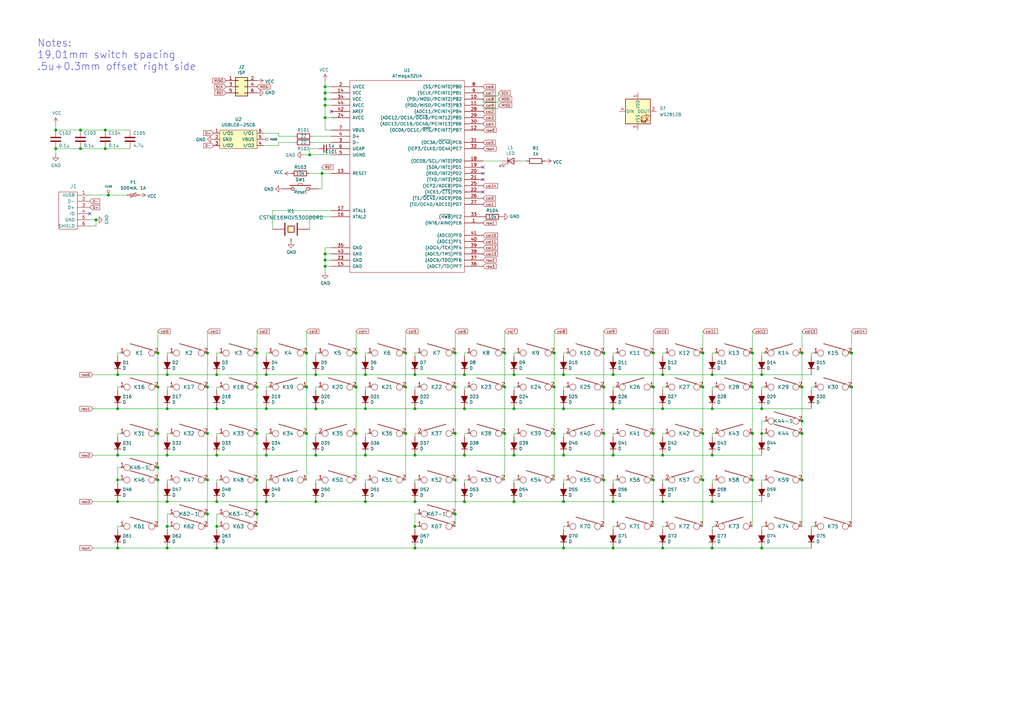
<source format=kicad_sch>
(kicad_sch (version 20210621) (generator eeschema)
  (paper "A3")
  (lib_symbols
    (symbol "Connector_Generic:Conn_02x03_Odd_Even" (pin_names (offset 1.016) hide)
      (property "Reference" "J" (at 1.27 5.08 0))
      (property "Value" "Conn_02x03_Odd_Even" (at 1.27 -5.08 0))
      (symbol "Conn_02x03_Odd_Even_1_1"
        (pin passive line (at -5.08 2.54 0) (length 3.81) (name "Pin_1") (number "1"))
        (pin passive line (at 7.62 2.54 180) (length 3.81) (name "Pin_2") (number "2"))
        (pin passive line (at -5.08 0 0) (length 3.81) (name "Pin_3") (number "3"))
        (pin passive line (at 7.62 0 180) (length 3.81) (name "Pin_4") (number "4"))
        (pin passive line (at -5.08 -2.54 0) (length 3.81) (name "Pin_5") (number "5"))
        (pin passive line (at 7.62 -2.54 180) (length 3.81) (name "Pin_6") (number "6"))
      )
    )
    (symbol "Device:C" (pin_numbers hide) (pin_names (offset 0.254))
      (property "Reference" "C" (at 0.635 2.54 0))
      (property "Value" "C" (at 0.635 -2.54 0))
      (symbol "C_1_1"
        (pin passive line (at 0 3.81 270) (length 2.794) (name "~") (number "1"))
        (pin passive line (at 0 -3.81 90) (length 2.794) (name "~") (number "2"))
      )
    )
    (symbol "Device:C_Small" (pin_numbers hide) (pin_names (offset 0.254) hide)
      (property "Reference" "C" (at 0.254 1.778 0))
      (property "Value" "C_Small" (at 0.254 -2.032 0))
      (symbol "C_Small_1_1"
        (pin passive line (at 0 2.54 270) (length 2.032) (name "~") (number "1"))
        (pin passive line (at 0 -2.54 90) (length 2.032) (name "~") (number "2"))
      )
    )
    (symbol "Device:D_ALT" (pin_numbers hide) (pin_names (offset 1.016) hide)
      (property "Reference" "D" (at 0 2.54 0))
      (property "Value" "D_ALT" (at 0 -2.54 0))
      (symbol "D_ALT_1_1"
        (pin passive line (at -3.81 0 0) (length 2.54) (name "K") (number "1"))
        (pin passive line (at 3.81 0 180) (length 2.54) (name "A") (number "2"))
      )
    )
    (symbol "Device:LED" (pin_numbers hide) (pin_names (offset 1.016) hide)
      (property "Reference" "D" (at 0 2.54 0))
      (property "Value" "LED" (at 0 -2.54 0))
      (symbol "LED_1_1"
        (pin passive line (at -3.81 0 0) (length 2.54) (name "K") (number "1"))
        (pin passive line (at 3.81 0 180) (length 2.54) (name "A") (number "2"))
      )
    )
    (symbol "Device:Polyfuse_Small" (pin_numbers hide) (pin_names (offset 0))
      (property "Reference" "F" (at -1.905 0 90))
      (property "Value" "Polyfuse_Small" (at 1.905 0 90))
      (symbol "Polyfuse_Small_1_1"
        (pin passive line (at 0 2.54 270) (length 0.635) (name "~") (number "1"))
        (pin passive line (at 0 -2.54 90) (length 0.635) (name "~") (number "2"))
      )
    )
    (symbol "Device:R" (pin_numbers hide) (pin_names (offset 0))
      (property "Reference" "R" (at 2.032 0 90))
      (property "Value" "R" (at 0 0 90))
      (symbol "R_1_1"
        (pin passive line (at 0 3.81 270) (length 1.27) (name "~") (number "1"))
        (pin passive line (at 0 -3.81 90) (length 1.27) (name "~") (number "2"))
      )
    )
    (symbol "LED:WS2812B" (pin_names (offset 0.254))
      (property "Reference" "D" (at 5.08 5.715 0))
      (property "Value" "WS2812B" (at 1.27 -5.715 0))
      (symbol "WS2812B_0_0"
        (text "RGB" (at 2.286 -4.191 0) (effects (font (size 0.762 0.762))))
      )
      (symbol "WS2812B_1_1"
        (pin power_in line (at 0 7.62 270) (length 2.54) (name "VDD") (number "1"))
        (pin output line (at 7.62 0 180) (length 2.54) (name "DOUT") (number "2"))
        (pin power_in line (at 0 -7.62 90) (length 2.54) (name "VSS") (number "3"))
        (pin input line (at -7.62 0 0) (length 2.54) (name "DIN") (number "4"))
      )
    )
    (symbol "Power:GND" (power) (pin_names (offset 0))
      (property "Value" "GND" (at 0 -3.81 0))
      (symbol "GND_1_1"
        (pin power_in line (at 0 0 270) (length 0) hide (name "GND") (number "1"))
      )
    )
    (symbol "Power:VCC" (power) (pin_names (offset 0))
      (property "Value" "VCC" (at 0 3.81 0))
      (symbol "VCC_1_1"
        (pin power_in line (at 0 0 90) (length 0) hide (name "VCC") (number "1"))
      )
    )
    (symbol "atmel:ATmega32U4" (pin_names (offset 1.016))
      (property "Reference" "U" (at -22.86 43.18 0))
      (property "Value" "ATmega32U4" (at -16.51 -39.37 0))
      (symbol "ATmega32U4_1_1"
        (pin input line (at 30.48 -16.51 180) (length 7.62) (name "(INT6/AIN0)PE6") (number "1"))
        (pin input line (at 30.48 34.29 180) (length 7.62) (name "(PDI/MOSI/PCINT2)PB2") (number "10"))
        (pin input line (at 30.48 31.75 180) (length 7.62) (name "(PDO/MISO/PCINT3)PB3") (number "11"))
        (pin input line (at 30.48 21.59 180) (length 7.62) (name "(OC0A/OC1C/~{RTS}/PCINT7)PB7") (number "12"))
        (pin input line (at -31.75 3.81 0) (length 7.62) (name "RESET") (number "13"))
        (pin power_in line (at -31.75 36.83 0) (length 7.62) (name "VCC") (number "14"))
        (pin power_in line (at -31.75 -34.29 0) (length 7.62) (name "GND") (number "15"))
        (pin input line (at -31.75 -13.97 0) (length 7.62) (name "XTAL2") (number "16"))
        (pin input line (at -31.75 -11.43 0) (length 7.62) (name "XTAL1") (number "17"))
        (pin input line (at 30.48 8.89 180) (length 7.62) (name "(OC0B/SCL/INT0)PD0") (number "18"))
        (pin input line (at 30.48 6.35 180) (length 7.62) (name "(SDA/INT1)PD1") (number "19"))
        (pin input line (at -31.75 39.37 0) (length 7.62) (name "UVCC") (number "2"))
        (pin input line (at 30.48 3.81 180) (length 7.62) (name "(RXD/INT2)PD2") (number "20"))
        (pin input line (at 30.48 1.27 180) (length 7.62) (name "(TXD/INT3)PD3") (number "21"))
        (pin input line (at 30.48 -3.81 180) (length 7.62) (name "(XCK1/~{CTS})PD5") (number "22"))
        (pin power_in line (at -31.75 -31.75 0) (length 7.62) (name "GND") (number "23"))
        (pin power_in line (at -31.75 26.67 0) (length 7.62) (name "AVCC") (number "24"))
        (pin input line (at 30.48 -1.27 180) (length 7.62) (name "(ICP2/ADC8)PD4") (number "25"))
        (pin input line (at 30.48 -6.35 180) (length 7.62) (name "(T1/~{OC4D}/ADC9)PD6") (number "26"))
        (pin input line (at 30.48 -8.89 180) (length 7.62) (name "(T0/OC4D/ADC10)PD7") (number "27"))
        (pin input line (at 30.48 29.21 180) (length 7.62) (name "(ADC11/PCINT4)PB4") (number "28"))
        (pin input line (at 30.48 26.67 180) (length 7.62) (name "(ADC12/OC1A/~{OC4B}/PCINT12)PB5") (number "29"))
        (pin input line (at -31.75 16.51 0) (length 7.62) (name "D-") (number "3"))
        (pin input line (at 30.48 24.13 180) (length 7.62) (name "(ADC13/OC1B/OC4B/PCINT13)PB6") (number "30"))
        (pin input line (at 30.48 16.51 180) (length 7.62) (name "(OC3A/~{OC4A})PC6") (number "31"))
        (pin input line (at 30.48 13.97 180) (length 7.62) (name "(ICP3/CLK0/OC4A)PC7") (number "32"))
        (pin input line (at 30.48 -13.97 180) (length 7.62) (name "(~{HWB})PE2") (number "33"))
        (pin power_in line (at -31.75 34.29 0) (length 7.62) (name "VCC") (number "34"))
        (pin power_in line (at -31.75 -26.67 0) (length 7.62) (name "GND") (number "35"))
        (pin input line (at 30.48 -34.29 180) (length 7.62) (name "(ADC7/TDI)PF7") (number "36"))
        (pin input line (at 30.48 -31.75 180) (length 7.62) (name "(ADC6/TDO)PF6") (number "37"))
        (pin input line (at 30.48 -29.21 180) (length 7.62) (name "(ADC5/TMS)PF5") (number "38"))
        (pin input line (at 30.48 -26.67 180) (length 7.62) (name "(ADC4/TCK)PF4") (number "39"))
        (pin input line (at -31.75 19.05 0) (length 7.62) (name "D+") (number "4"))
        (pin input line (at 30.48 -24.13 180) (length 7.62) (name "(ADC1)PF1") (number "40"))
        (pin input line (at 30.48 -21.59 180) (length 7.62) (name "(ADC0)PF0") (number "41"))
        (pin input line (at -31.75 29.21 0) (length 7.62) (name "AREF") (number "42"))
        (pin power_in line (at -31.75 -29.21 0) (length 7.62) (name "GND") (number "43"))
        (pin power_in line (at -31.75 31.75 0) (length 7.62) (name "AVCC") (number "44"))
        (pin input line (at -31.75 11.43 0) (length 7.62) (name "UGND") (number "5"))
        (pin input line (at -31.75 13.97 0) (length 7.62) (name "UCAP") (number "6"))
        (pin input line (at -31.75 21.59 0) (length 7.62) (name "VBUS") (number "7"))
        (pin input line (at 30.48 39.37 180) (length 7.62) (name "(SS/PCINT0)PB0") (number "8"))
        (pin input line (at 30.48 36.83 180) (length 7.62) (name "(SCLK/PCINT1)PB1") (number "9"))
      )
    )
    (symbol "keyboard_parts:KEYSW" (pin_names (offset 1.016))
      (property "Reference" "K?" (at -1.27 0 0))
      (symbol "KEYSW_1_1"
        (pin passive line (at 7.62 0 180) (length 1.27) (name "~") (number "1"))
        (pin passive line (at -7.62 0 0) (length 1.27) (name "~") (number "2"))
      )
    )
    (symbol "keyboard_parts:SW_PUSH" (pin_numbers hide) (pin_names (offset 1.016) hide)
      (property "Reference" "SW" (at 3.81 2.794 0))
      (property "Value" "SW_PUSH" (at 0 -2.032 0))
      (symbol "SW_PUSH_0_1"
        (pin passive inverted (at -7.62 0 0) (length 5.08) (name "1") (number "1"))
        (pin passive inverted (at 7.62 0 180) (length 5.08) (name "2") (number "2"))
      )
    )
    (symbol "keyboard_parts:USBLC6-2SC6" (pin_names (offset 1.016))
      (property "Reference" "D" (at -7.62 5.08 0))
      (property "Value" "USBLC6-2SC6" (at -7.62 -5.08 0))
      (symbol "USBLC6-2SC6_0_0"
        (pin passive line (at -10.16 2.54 0) (length 2.54) (name "I/O1") (number "1"))
        (pin power_in line (at -10.16 0 0) (length 2.54) (name "GND") (number "2"))
        (pin passive line (at -10.16 -2.54 0) (length 2.54) (name "I/O2") (number "3"))
        (pin passive line (at 10.16 -2.54 180) (length 2.54) (name "I/O2") (number "4"))
        (pin power_in line (at 10.16 0 180) (length 2.54) (name "VBUS") (number "5"))
        (pin passive line (at 10.16 2.54 180) (length 2.54) (name "I/O1") (number "6"))
      )
    )
    (symbol "keyboard_parts:USB_mini_micro_B" (pin_names (offset 1.016))
      (property "Reference" "J" (at -10.16 -1.27 0))
      (symbol "USB_mini_micro_B_1_1"
        (pin power_out line (at 3.81 3.81 180) (length 5.08) (name "VUSB") (number "1"))
        (pin bidirectional line (at 3.81 1.27 180) (length 5.08) (name "D-") (number "2"))
        (pin bidirectional line (at 3.81 -1.27 180) (length 5.08) (name "D+") (number "3"))
        (pin input line (at 3.81 -3.81 180) (length 5.08) (name "ID") (number "4"))
        (pin power_out line (at 3.81 -6.35 180) (length 5.08) (name "GND") (number "5"))
        (pin input line (at 3.81 -8.89 180) (length 5.08) (name "SHIELD") (number "6"))
      )
    )
    (symbol "keyboard_parts:VUSB" (power) (pin_names (offset 0))
      (property "Value" "VUSB" (at 0 2.794 0))
      (symbol "VUSB_0_0"
        (pin power_in line (at 0 0 90) (length 0) hide (name "VUSB") (number "1"))
      )
    )
    (symbol "keyboard_parts:XTAL_GND" (pin_numbers hide) (pin_names (offset 1.016) hide)
      (property "Reference" "X" (at 0 3.81 0))
      (property "Value" "XTAL_GND" (at 0 -3.81 0))
      (symbol "XTAL_GND_1_1"
        (pin passive line (at -7.62 0 0) (length 5.08) (name "1") (number "1"))
        (pin passive line (at 7.62 0 180) (length 5.08) (name "2") (number "2"))
        (pin passive line (at 0 -5.08 90) (length 1.27) (name "~") (number "3"))
      )
    )
  )
  (junction (at 22.86 53.34) (diameter 1.016))
  (junction (at 22.86 60.96) (diameter 1.016))
  (junction (at 33.02 53.34) (diameter 1.016))
  (junction (at 33.02 60.96) (diameter 1.016))
  (junction (at 39.37 90.17) (diameter 1.016))
  (junction (at 43.18 53.34) (diameter 1.016))
  (junction (at 43.18 60.96) (diameter 1.016))
  (junction (at 44.45 80.01) (diameter 1.016))
  (junction (at 48.26 153.67) (diameter 1.016))
  (junction (at 48.26 167.64) (diameter 1.016))
  (junction (at 48.26 186.69) (diameter 1.016))
  (junction (at 48.26 196.85) (diameter 1.016))
  (junction (at 48.26 205.74) (diameter 1.016))
  (junction (at 48.26 224.79) (diameter 1.016))
  (junction (at 64.77 144.78) (diameter 1.016))
  (junction (at 64.77 158.75) (diameter 1.016))
  (junction (at 64.77 177.8) (diameter 1.016))
  (junction (at 64.77 191.77) (diameter 1.016))
  (junction (at 64.77 196.85) (diameter 1.016))
  (junction (at 68.58 153.67) (diameter 1.016))
  (junction (at 68.58 167.64) (diameter 1.016))
  (junction (at 68.58 186.69) (diameter 1.016))
  (junction (at 68.58 205.74) (diameter 1.016))
  (junction (at 68.58 215.9) (diameter 1.016))
  (junction (at 68.58 224.79) (diameter 1.016))
  (junction (at 85.09 144.78) (diameter 1.016))
  (junction (at 85.09 158.75) (diameter 1.016))
  (junction (at 85.09 177.8) (diameter 1.016))
  (junction (at 85.09 196.85) (diameter 1.016))
  (junction (at 85.09 210.82) (diameter 1.016))
  (junction (at 88.9 153.67) (diameter 1.016))
  (junction (at 88.9 167.64) (diameter 1.016))
  (junction (at 88.9 186.69) (diameter 1.016))
  (junction (at 88.9 205.74) (diameter 1.016))
  (junction (at 88.9 215.9) (diameter 1.016))
  (junction (at 88.9 224.79) (diameter 1.016))
  (junction (at 105.41 144.78) (diameter 1.016))
  (junction (at 105.41 158.75) (diameter 1.016))
  (junction (at 105.41 177.8) (diameter 1.016))
  (junction (at 105.41 196.85) (diameter 1.016))
  (junction (at 105.41 210.82) (diameter 1.016))
  (junction (at 109.22 153.67) (diameter 1.016))
  (junction (at 109.22 167.64) (diameter 1.016))
  (junction (at 109.22 186.69) (diameter 1.016))
  (junction (at 109.22 205.74) (diameter 1.016))
  (junction (at 125.73 144.78) (diameter 1.016))
  (junction (at 125.73 158.75) (diameter 1.016))
  (junction (at 125.73 177.8) (diameter 1.016))
  (junction (at 127 63.5) (diameter 1.016))
  (junction (at 129.54 153.67) (diameter 1.016))
  (junction (at 129.54 167.64) (diameter 1.016))
  (junction (at 129.54 186.69) (diameter 1.016))
  (junction (at 129.54 205.74) (diameter 1.016))
  (junction (at 132.08 71.12) (diameter 1.016))
  (junction (at 133.35 35.56) (diameter 1.016))
  (junction (at 133.35 38.1) (diameter 1.016))
  (junction (at 133.35 40.64) (diameter 1.016))
  (junction (at 133.35 43.18) (diameter 1.016))
  (junction (at 133.35 48.26) (diameter 1.016))
  (junction (at 133.35 104.14) (diameter 1.016))
  (junction (at 133.35 106.68) (diameter 1.016))
  (junction (at 133.35 109.22) (diameter 1.016))
  (junction (at 146.05 144.78) (diameter 1.016))
  (junction (at 146.05 158.75) (diameter 1.016))
  (junction (at 146.05 177.8) (diameter 1.016))
  (junction (at 149.86 153.67) (diameter 1.016))
  (junction (at 149.86 167.64) (diameter 1.016))
  (junction (at 149.86 186.69) (diameter 1.016))
  (junction (at 149.86 205.74) (diameter 1.016))
  (junction (at 166.37 144.78) (diameter 1.016))
  (junction (at 166.37 158.75) (diameter 1.016))
  (junction (at 166.37 177.8) (diameter 1.016))
  (junction (at 170.18 153.67) (diameter 1.016))
  (junction (at 170.18 167.64) (diameter 1.016))
  (junction (at 170.18 186.69) (diameter 1.016))
  (junction (at 170.18 205.74) (diameter 1.016))
  (junction (at 170.18 215.9) (diameter 1.016))
  (junction (at 170.18 224.79) (diameter 1.016))
  (junction (at 186.69 144.78) (diameter 1.016))
  (junction (at 186.69 158.75) (diameter 1.016))
  (junction (at 186.69 177.8) (diameter 1.016))
  (junction (at 186.69 196.85) (diameter 1.016))
  (junction (at 186.69 210.82) (diameter 1.016))
  (junction (at 190.5 153.67) (diameter 1.016))
  (junction (at 190.5 167.64) (diameter 1.016))
  (junction (at 190.5 186.69) (diameter 1.016))
  (junction (at 190.5 205.74) (diameter 1.016))
  (junction (at 207.01 144.78) (diameter 1.016))
  (junction (at 207.01 158.75) (diameter 1.016))
  (junction (at 207.01 177.8) (diameter 1.016))
  (junction (at 210.82 153.67) (diameter 1.016))
  (junction (at 210.82 167.64) (diameter 1.016))
  (junction (at 210.82 186.69) (diameter 1.016))
  (junction (at 210.82 205.74) (diameter 1.016))
  (junction (at 227.33 144.78) (diameter 1.016))
  (junction (at 227.33 158.75) (diameter 1.016))
  (junction (at 227.33 177.8) (diameter 1.016))
  (junction (at 231.14 153.67) (diameter 1.016))
  (junction (at 231.14 167.64) (diameter 1.016))
  (junction (at 231.14 186.69) (diameter 1.016))
  (junction (at 231.14 205.74) (diameter 1.016))
  (junction (at 231.14 224.79) (diameter 1.016))
  (junction (at 247.65 144.78) (diameter 1.016))
  (junction (at 247.65 158.75) (diameter 1.016))
  (junction (at 247.65 177.8) (diameter 1.016))
  (junction (at 247.65 196.85) (diameter 1.016))
  (junction (at 251.46 153.67) (diameter 1.016))
  (junction (at 251.46 167.64) (diameter 1.016))
  (junction (at 251.46 186.69) (diameter 1.016))
  (junction (at 251.46 205.74) (diameter 1.016))
  (junction (at 251.46 224.79) (diameter 1.016))
  (junction (at 267.97 144.78) (diameter 1.016))
  (junction (at 267.97 158.75) (diameter 1.016))
  (junction (at 267.97 177.8) (diameter 1.016))
  (junction (at 267.97 196.85) (diameter 1.016))
  (junction (at 271.78 153.67) (diameter 1.016))
  (junction (at 271.78 167.64) (diameter 1.016))
  (junction (at 271.78 186.69) (diameter 1.016))
  (junction (at 271.78 205.74) (diameter 1.016))
  (junction (at 271.78 224.79) (diameter 1.016))
  (junction (at 288.29 144.78) (diameter 1.016))
  (junction (at 288.29 158.75) (diameter 1.016))
  (junction (at 288.29 177.8) (diameter 1.016))
  (junction (at 288.29 196.85) (diameter 1.016))
  (junction (at 292.1 153.67) (diameter 1.016))
  (junction (at 292.1 167.64) (diameter 1.016))
  (junction (at 292.1 186.69) (diameter 1.016))
  (junction (at 292.1 205.74) (diameter 1.016))
  (junction (at 292.1 224.79) (diameter 1.016))
  (junction (at 308.61 144.78) (diameter 1.016))
  (junction (at 308.61 158.75) (diameter 1.016))
  (junction (at 308.61 177.8) (diameter 1.016))
  (junction (at 308.61 196.85) (diameter 1.016))
  (junction (at 312.42 153.67) (diameter 1.016))
  (junction (at 312.42 167.64) (diameter 1.016))
  (junction (at 312.42 177.8) (diameter 1.016))
  (junction (at 312.42 224.79) (diameter 1.016))
  (junction (at 328.93 144.78) (diameter 1.016))
  (junction (at 328.93 158.75) (diameter 1.016))
  (junction (at 328.93 172.72) (diameter 1.016))
  (junction (at 328.93 177.8) (diameter 1.016))
  (junction (at 328.93 196.85) (diameter 1.016))
  (junction (at 349.25 144.78) (diameter 1.016))
  (junction (at 349.25 158.75) (diameter 1.016))
  (no_connect (at 36.83 87.63))
  (no_connect (at 135.89 45.72))
  (no_connect (at 198.12 68.58))
  (no_connect (at 198.12 71.12))
  (no_connect (at 198.12 73.66))
  (no_connect (at 198.12 78.74))
  (wire (pts (xy 22.86 50.8) (xy 22.86 53.34)))
  (wire (pts (xy 22.86 53.34) (xy 33.02 53.34)))
  (wire (pts (xy 22.86 60.96) (xy 22.86 63.5)))
  (wire (pts (xy 22.86 60.96) (xy 33.02 60.96)))
  (wire (pts (xy 33.02 53.34) (xy 43.18 53.34)))
  (wire (pts (xy 33.02 60.96) (xy 43.18 60.96)))
  (wire (pts (xy 36.83 80.01) (xy 44.45 80.01)))
  (wire (pts (xy 36.83 92.71) (xy 39.37 92.71)))
  (wire (pts (xy 38.1 153.67) (xy 48.26 153.67)))
  (wire (pts (xy 38.1 167.64) (xy 48.26 167.64)))
  (wire (pts (xy 38.1 205.74) (xy 48.26 205.74)))
  (wire (pts (xy 39.37 90.17) (xy 36.83 90.17)))
  (wire (pts (xy 39.37 92.71) (xy 39.37 90.17)))
  (wire (pts (xy 43.18 53.34) (xy 53.34 53.34)))
  (wire (pts (xy 44.45 80.01) (xy 52.07 80.01)))
  (wire (pts (xy 48.26 144.78) (xy 48.26 146.05)))
  (wire (pts (xy 48.26 158.75) (xy 48.26 160.02)))
  (wire (pts (xy 48.26 167.64) (xy 68.58 167.64)))
  (wire (pts (xy 48.26 177.8) (xy 48.26 179.07)))
  (wire (pts (xy 48.26 186.69) (xy 38.1 186.69)))
  (wire (pts (xy 48.26 191.77) (xy 48.26 196.85)))
  (wire (pts (xy 48.26 196.85) (xy 48.26 198.12)))
  (wire (pts (xy 48.26 205.74) (xy 68.58 205.74)))
  (wire (pts (xy 48.26 215.9) (xy 48.26 217.17)))
  (wire (pts (xy 48.26 224.79) (xy 38.1 224.79)))
  (wire (pts (xy 49.53 144.78) (xy 48.26 144.78)))
  (wire (pts (xy 49.53 158.75) (xy 48.26 158.75)))
  (wire (pts (xy 49.53 177.8) (xy 48.26 177.8)))
  (wire (pts (xy 49.53 191.77) (xy 48.26 191.77)))
  (wire (pts (xy 49.53 196.85) (xy 48.26 196.85)))
  (wire (pts (xy 49.53 215.9) (xy 48.26 215.9)))
  (wire (pts (xy 53.34 60.96) (xy 43.18 60.96)))
  (wire (pts (xy 64.77 144.78) (xy 64.77 135.89)))
  (wire (pts (xy 64.77 144.78) (xy 64.77 158.75)))
  (wire (pts (xy 64.77 158.75) (xy 64.77 177.8)))
  (wire (pts (xy 64.77 177.8) (xy 64.77 191.77)))
  (wire (pts (xy 64.77 191.77) (xy 64.77 196.85)))
  (wire (pts (xy 64.77 196.85) (xy 64.77 215.9)))
  (wire (pts (xy 68.58 144.78) (xy 68.58 146.05)))
  (wire (pts (xy 68.58 153.67) (xy 48.26 153.67)))
  (wire (pts (xy 68.58 158.75) (xy 68.58 160.02)))
  (wire (pts (xy 68.58 167.64) (xy 88.9 167.64)))
  (wire (pts (xy 68.58 177.8) (xy 68.58 179.07)))
  (wire (pts (xy 68.58 186.69) (xy 48.26 186.69)))
  (wire (pts (xy 68.58 196.85) (xy 68.58 198.12)))
  (wire (pts (xy 68.58 205.74) (xy 88.9 205.74)))
  (wire (pts (xy 68.58 210.82) (xy 68.58 215.9)))
  (wire (pts (xy 68.58 215.9) (xy 68.58 217.17)))
  (wire (pts (xy 68.58 224.79) (xy 48.26 224.79)))
  (wire (pts (xy 69.85 144.78) (xy 68.58 144.78)))
  (wire (pts (xy 69.85 158.75) (xy 68.58 158.75)))
  (wire (pts (xy 69.85 177.8) (xy 68.58 177.8)))
  (wire (pts (xy 69.85 196.85) (xy 68.58 196.85)))
  (wire (pts (xy 69.85 210.82) (xy 68.58 210.82)))
  (wire (pts (xy 69.85 215.9) (xy 68.58 215.9)))
  (wire (pts (xy 85.09 135.89) (xy 85.09 144.78)))
  (wire (pts (xy 85.09 158.75) (xy 85.09 144.78)))
  (wire (pts (xy 85.09 177.8) (xy 85.09 158.75)))
  (wire (pts (xy 85.09 196.85) (xy 85.09 177.8)))
  (wire (pts (xy 85.09 196.85) (xy 85.09 210.82)))
  (wire (pts (xy 85.09 215.9) (xy 85.09 210.82)))
  (wire (pts (xy 88.9 144.78) (xy 88.9 146.05)))
  (wire (pts (xy 88.9 153.67) (xy 68.58 153.67)))
  (wire (pts (xy 88.9 158.75) (xy 88.9 160.02)))
  (wire (pts (xy 88.9 167.64) (xy 109.22 167.64)))
  (wire (pts (xy 88.9 177.8) (xy 88.9 179.07)))
  (wire (pts (xy 88.9 186.69) (xy 68.58 186.69)))
  (wire (pts (xy 88.9 196.85) (xy 88.9 198.12)))
  (wire (pts (xy 88.9 205.74) (xy 109.22 205.74)))
  (wire (pts (xy 88.9 210.82) (xy 88.9 215.9)))
  (wire (pts (xy 88.9 215.9) (xy 88.9 217.17)))
  (wire (pts (xy 88.9 224.79) (xy 68.58 224.79)))
  (wire (pts (xy 88.9 224.79) (xy 170.18 224.79)))
  (wire (pts (xy 90.17 144.78) (xy 88.9 144.78)))
  (wire (pts (xy 90.17 158.75) (xy 88.9 158.75)))
  (wire (pts (xy 90.17 177.8) (xy 88.9 177.8)))
  (wire (pts (xy 90.17 196.85) (xy 88.9 196.85)))
  (wire (pts (xy 90.17 210.82) (xy 88.9 210.82)))
  (wire (pts (xy 90.17 215.9) (xy 88.9 215.9)))
  (wire (pts (xy 105.41 135.89) (xy 105.41 144.78)))
  (wire (pts (xy 105.41 144.78) (xy 105.41 158.75)))
  (wire (pts (xy 105.41 158.75) (xy 105.41 177.8)))
  (wire (pts (xy 105.41 177.8) (xy 105.41 196.85)))
  (wire (pts (xy 105.41 196.85) (xy 105.41 210.82)))
  (wire (pts (xy 105.41 210.82) (xy 105.41 215.9)))
  (wire (pts (xy 107.95 59.69) (xy 114.3 59.69)))
  (wire (pts (xy 109.22 144.78) (xy 109.22 146.05)))
  (wire (pts (xy 109.22 153.67) (xy 88.9 153.67)))
  (wire (pts (xy 109.22 158.75) (xy 109.22 160.02)))
  (wire (pts (xy 109.22 167.64) (xy 129.54 167.64)))
  (wire (pts (xy 109.22 177.8) (xy 109.22 179.07)))
  (wire (pts (xy 109.22 186.69) (xy 88.9 186.69)))
  (wire (pts (xy 109.22 196.85) (xy 109.22 198.12)))
  (wire (pts (xy 109.22 205.74) (xy 129.54 205.74)))
  (wire (pts (xy 110.49 144.78) (xy 109.22 144.78)))
  (wire (pts (xy 110.49 158.75) (xy 109.22 158.75)))
  (wire (pts (xy 110.49 177.8) (xy 109.22 177.8)))
  (wire (pts (xy 110.49 196.85) (xy 109.22 196.85)))
  (wire (pts (xy 111.76 86.36) (xy 111.76 93.98)))
  (wire (pts (xy 114.3 54.61) (xy 107.95 54.61)))
  (wire (pts (xy 114.3 55.88) (xy 114.3 54.61)))
  (wire (pts (xy 114.3 58.42) (xy 120.65 58.42)))
  (wire (pts (xy 114.3 59.69) (xy 114.3 58.42)))
  (wire (pts (xy 120.65 55.88) (xy 114.3 55.88)))
  (wire (pts (xy 125.73 144.78) (xy 125.73 135.89)))
  (wire (pts (xy 125.73 158.75) (xy 125.73 144.78)))
  (wire (pts (xy 125.73 177.8) (xy 125.73 158.75)))
  (wire (pts (xy 125.73 196.85) (xy 125.73 177.8)))
  (wire (pts (xy 127 60.96) (xy 127 63.5)))
  (wire (pts (xy 127 63.5) (xy 124.46 63.5)))
  (wire (pts (xy 127 63.5) (xy 135.89 63.5)))
  (wire (pts (xy 127 88.9) (xy 127 93.98)))
  (wire (pts (xy 128.27 55.88) (xy 135.89 55.88)))
  (wire (pts (xy 129.54 144.78) (xy 129.54 146.05)))
  (wire (pts (xy 129.54 153.67) (xy 109.22 153.67)))
  (wire (pts (xy 129.54 158.75) (xy 129.54 160.02)))
  (wire (pts (xy 129.54 167.64) (xy 149.86 167.64)))
  (wire (pts (xy 129.54 177.8) (xy 129.54 179.07)))
  (wire (pts (xy 129.54 186.69) (xy 109.22 186.69)))
  (wire (pts (xy 129.54 196.85) (xy 129.54 198.12)))
  (wire (pts (xy 129.54 205.74) (xy 149.86 205.74)))
  (wire (pts (xy 130.81 60.96) (xy 127 60.96)))
  (wire (pts (xy 130.81 77.47) (xy 132.08 77.47)))
  (wire (pts (xy 130.81 144.78) (xy 129.54 144.78)))
  (wire (pts (xy 130.81 158.75) (xy 129.54 158.75)))
  (wire (pts (xy 130.81 177.8) (xy 129.54 177.8)))
  (wire (pts (xy 130.81 196.85) (xy 129.54 196.85)))
  (wire (pts (xy 132.08 71.12) (xy 127 71.12)))
  (wire (pts (xy 132.08 71.12) (xy 132.08 68.58)))
  (wire (pts (xy 132.08 77.47) (xy 132.08 71.12)))
  (wire (pts (xy 133.35 35.56) (xy 133.35 33.02)))
  (wire (pts (xy 133.35 35.56) (xy 135.89 35.56)))
  (wire (pts (xy 133.35 38.1) (xy 133.35 35.56)))
  (wire (pts (xy 133.35 40.64) (xy 133.35 38.1)))
  (wire (pts (xy 133.35 43.18) (xy 133.35 40.64)))
  (wire (pts (xy 133.35 48.26) (xy 133.35 43.18)))
  (wire (pts (xy 133.35 53.34) (xy 133.35 48.26)))
  (wire (pts (xy 133.35 101.6) (xy 133.35 104.14)))
  (wire (pts (xy 133.35 104.14) (xy 133.35 106.68)))
  (wire (pts (xy 133.35 106.68) (xy 133.35 109.22)))
  (wire (pts (xy 133.35 109.22) (xy 133.35 111.76)))
  (wire (pts (xy 135.89 38.1) (xy 133.35 38.1)))
  (wire (pts (xy 135.89 40.64) (xy 133.35 40.64)))
  (wire (pts (xy 135.89 43.18) (xy 133.35 43.18)))
  (wire (pts (xy 135.89 48.26) (xy 133.35 48.26)))
  (wire (pts (xy 135.89 53.34) (xy 133.35 53.34)))
  (wire (pts (xy 135.89 58.42) (xy 128.27 58.42)))
  (wire (pts (xy 135.89 71.12) (xy 132.08 71.12)))
  (wire (pts (xy 135.89 86.36) (xy 111.76 86.36)))
  (wire (pts (xy 135.89 88.9) (xy 127 88.9)))
  (wire (pts (xy 135.89 101.6) (xy 133.35 101.6)))
  (wire (pts (xy 135.89 104.14) (xy 133.35 104.14)))
  (wire (pts (xy 135.89 106.68) (xy 133.35 106.68)))
  (wire (pts (xy 135.89 109.22) (xy 133.35 109.22)))
  (wire (pts (xy 146.05 135.89) (xy 146.05 144.78)))
  (wire (pts (xy 146.05 144.78) (xy 146.05 158.75)))
  (wire (pts (xy 146.05 158.75) (xy 146.05 177.8)))
  (wire (pts (xy 146.05 177.8) (xy 146.05 196.85)))
  (wire (pts (xy 149.86 144.78) (xy 149.86 146.05)))
  (wire (pts (xy 149.86 153.67) (xy 129.54 153.67)))
  (wire (pts (xy 149.86 158.75) (xy 149.86 160.02)))
  (wire (pts (xy 149.86 167.64) (xy 170.18 167.64)))
  (wire (pts (xy 149.86 177.8) (xy 149.86 179.07)))
  (wire (pts (xy 149.86 186.69) (xy 129.54 186.69)))
  (wire (pts (xy 149.86 196.85) (xy 149.86 198.12)))
  (wire (pts (xy 149.86 205.74) (xy 170.18 205.74)))
  (wire (pts (xy 151.13 144.78) (xy 149.86 144.78)))
  (wire (pts (xy 151.13 158.75) (xy 149.86 158.75)))
  (wire (pts (xy 151.13 177.8) (xy 149.86 177.8)))
  (wire (pts (xy 151.13 196.85) (xy 149.86 196.85)))
  (wire (pts (xy 166.37 144.78) (xy 166.37 135.89)))
  (wire (pts (xy 166.37 158.75) (xy 166.37 144.78)))
  (wire (pts (xy 166.37 177.8) (xy 166.37 158.75)))
  (wire (pts (xy 166.37 196.85) (xy 166.37 177.8)))
  (wire (pts (xy 170.18 144.78) (xy 170.18 146.05)))
  (wire (pts (xy 170.18 153.67) (xy 149.86 153.67)))
  (wire (pts (xy 170.18 158.75) (xy 170.18 160.02)))
  (wire (pts (xy 170.18 167.64) (xy 190.5 167.64)))
  (wire (pts (xy 170.18 177.8) (xy 170.18 179.07)))
  (wire (pts (xy 170.18 186.69) (xy 149.86 186.69)))
  (wire (pts (xy 170.18 196.85) (xy 170.18 198.12)))
  (wire (pts (xy 170.18 205.74) (xy 190.5 205.74)))
  (wire (pts (xy 170.18 210.82) (xy 170.18 215.9)))
  (wire (pts (xy 170.18 215.9) (xy 170.18 217.17)))
  (wire (pts (xy 170.18 224.79) (xy 231.14 224.79)))
  (wire (pts (xy 171.45 144.78) (xy 170.18 144.78)))
  (wire (pts (xy 171.45 158.75) (xy 170.18 158.75)))
  (wire (pts (xy 171.45 177.8) (xy 170.18 177.8)))
  (wire (pts (xy 171.45 196.85) (xy 170.18 196.85)))
  (wire (pts (xy 171.45 210.82) (xy 170.18 210.82)))
  (wire (pts (xy 171.45 215.9) (xy 170.18 215.9)))
  (wire (pts (xy 186.69 135.89) (xy 186.69 144.78)))
  (wire (pts (xy 186.69 144.78) (xy 186.69 158.75)))
  (wire (pts (xy 186.69 158.75) (xy 186.69 177.8)))
  (wire (pts (xy 186.69 177.8) (xy 186.69 196.85)))
  (wire (pts (xy 186.69 196.85) (xy 186.69 210.82)))
  (wire (pts (xy 186.69 210.82) (xy 186.69 215.9)))
  (wire (pts (xy 190.5 144.78) (xy 190.5 146.05)))
  (wire (pts (xy 190.5 153.67) (xy 170.18 153.67)))
  (wire (pts (xy 190.5 158.75) (xy 190.5 160.02)))
  (wire (pts (xy 190.5 167.64) (xy 210.82 167.64)))
  (wire (pts (xy 190.5 177.8) (xy 190.5 179.07)))
  (wire (pts (xy 190.5 186.69) (xy 170.18 186.69)))
  (wire (pts (xy 190.5 196.85) (xy 190.5 198.12)))
  (wire (pts (xy 190.5 205.74) (xy 210.82 205.74)))
  (wire (pts (xy 191.77 144.78) (xy 190.5 144.78)))
  (wire (pts (xy 191.77 158.75) (xy 190.5 158.75)))
  (wire (pts (xy 191.77 177.8) (xy 190.5 177.8)))
  (wire (pts (xy 191.77 196.85) (xy 190.5 196.85)))
  (wire (pts (xy 198.12 39.37) (xy 198.12 38.1)))
  (wire (pts (xy 198.12 40.64) (xy 198.12 41.91)))
  (wire (pts (xy 198.12 41.91) (xy 204.47 41.91)))
  (wire (pts (xy 198.12 44.45) (xy 198.12 43.18)))
  (wire (pts (xy 204.47 38.1) (xy 204.47 39.37)))
  (wire (pts (xy 204.47 39.37) (xy 198.12 39.37)))
  (wire (pts (xy 204.47 41.91) (xy 204.47 40.64)))
  (wire (pts (xy 204.47 43.18) (xy 204.47 44.45)))
  (wire (pts (xy 204.47 44.45) (xy 198.12 44.45)))
  (wire (pts (xy 205.74 66.04) (xy 198.12 66.04)))
  (wire (pts (xy 207.01 144.78) (xy 207.01 135.89)))
  (wire (pts (xy 207.01 158.75) (xy 207.01 144.78)))
  (wire (pts (xy 207.01 177.8) (xy 207.01 158.75)))
  (wire (pts (xy 207.01 196.85) (xy 207.01 177.8)))
  (wire (pts (xy 210.82 144.78) (xy 210.82 146.05)))
  (wire (pts (xy 210.82 153.67) (xy 190.5 153.67)))
  (wire (pts (xy 210.82 158.75) (xy 210.82 160.02)))
  (wire (pts (xy 210.82 167.64) (xy 231.14 167.64)))
  (wire (pts (xy 210.82 177.8) (xy 210.82 179.07)))
  (wire (pts (xy 210.82 186.69) (xy 190.5 186.69)))
  (wire (pts (xy 210.82 196.85) (xy 210.82 198.12)))
  (wire (pts (xy 210.82 205.74) (xy 231.14 205.74)))
  (wire (pts (xy 212.09 144.78) (xy 210.82 144.78)))
  (wire (pts (xy 212.09 158.75) (xy 210.82 158.75)))
  (wire (pts (xy 212.09 177.8) (xy 210.82 177.8)))
  (wire (pts (xy 212.09 196.85) (xy 210.82 196.85)))
  (wire (pts (xy 213.36 66.04) (xy 215.9 66.04)))
  (wire (pts (xy 227.33 135.89) (xy 227.33 144.78)))
  (wire (pts (xy 227.33 144.78) (xy 227.33 158.75)))
  (wire (pts (xy 227.33 158.75) (xy 227.33 177.8)))
  (wire (pts (xy 227.33 177.8) (xy 227.33 196.85)))
  (wire (pts (xy 231.14 144.78) (xy 231.14 146.05)))
  (wire (pts (xy 231.14 153.67) (xy 210.82 153.67)))
  (wire (pts (xy 231.14 158.75) (xy 231.14 160.02)))
  (wire (pts (xy 231.14 167.64) (xy 251.46 167.64)))
  (wire (pts (xy 231.14 177.8) (xy 231.14 179.07)))
  (wire (pts (xy 231.14 186.69) (xy 210.82 186.69)))
  (wire (pts (xy 231.14 196.85) (xy 231.14 198.12)))
  (wire (pts (xy 231.14 205.74) (xy 251.46 205.74)))
  (wire (pts (xy 231.14 215.9) (xy 231.14 217.17)))
  (wire (pts (xy 232.41 144.78) (xy 231.14 144.78)))
  (wire (pts (xy 232.41 158.75) (xy 231.14 158.75)))
  (wire (pts (xy 232.41 177.8) (xy 231.14 177.8)))
  (wire (pts (xy 232.41 196.85) (xy 231.14 196.85)))
  (wire (pts (xy 232.41 215.9) (xy 231.14 215.9)))
  (wire (pts (xy 247.65 144.78) (xy 247.65 135.89)))
  (wire (pts (xy 247.65 158.75) (xy 247.65 144.78)))
  (wire (pts (xy 247.65 177.8) (xy 247.65 158.75)))
  (wire (pts (xy 247.65 196.85) (xy 247.65 177.8)))
  (wire (pts (xy 247.65 196.85) (xy 247.65 215.9)))
  (wire (pts (xy 251.46 144.78) (xy 251.46 146.05)))
  (wire (pts (xy 251.46 153.67) (xy 231.14 153.67)))
  (wire (pts (xy 251.46 158.75) (xy 251.46 160.02)))
  (wire (pts (xy 251.46 167.64) (xy 271.78 167.64)))
  (wire (pts (xy 251.46 177.8) (xy 251.46 179.07)))
  (wire (pts (xy 251.46 186.69) (xy 231.14 186.69)))
  (wire (pts (xy 251.46 196.85) (xy 251.46 198.12)))
  (wire (pts (xy 251.46 205.74) (xy 271.78 205.74)))
  (wire (pts (xy 251.46 215.9) (xy 251.46 217.17)))
  (wire (pts (xy 251.46 224.79) (xy 231.14 224.79)))
  (wire (pts (xy 252.73 144.78) (xy 251.46 144.78)))
  (wire (pts (xy 252.73 158.75) (xy 251.46 158.75)))
  (wire (pts (xy 252.73 177.8) (xy 251.46 177.8)))
  (wire (pts (xy 252.73 196.85) (xy 251.46 196.85)))
  (wire (pts (xy 252.73 215.9) (xy 251.46 215.9)))
  (wire (pts (xy 267.97 135.89) (xy 267.97 144.78)))
  (wire (pts (xy 267.97 144.78) (xy 267.97 158.75)))
  (wire (pts (xy 267.97 158.75) (xy 267.97 177.8)))
  (wire (pts (xy 267.97 177.8) (xy 267.97 196.85)))
  (wire (pts (xy 267.97 196.85) (xy 267.97 215.9)))
  (wire (pts (xy 271.78 144.78) (xy 271.78 146.05)))
  (wire (pts (xy 271.78 153.67) (xy 251.46 153.67)))
  (wire (pts (xy 271.78 158.75) (xy 271.78 160.02)))
  (wire (pts (xy 271.78 167.64) (xy 292.1 167.64)))
  (wire (pts (xy 271.78 177.8) (xy 271.78 179.07)))
  (wire (pts (xy 271.78 186.69) (xy 251.46 186.69)))
  (wire (pts (xy 271.78 196.85) (xy 271.78 198.12)))
  (wire (pts (xy 271.78 205.74) (xy 292.1 205.74)))
  (wire (pts (xy 271.78 215.9) (xy 271.78 217.17)))
  (wire (pts (xy 271.78 224.79) (xy 251.46 224.79)))
  (wire (pts (xy 273.05 144.78) (xy 271.78 144.78)))
  (wire (pts (xy 273.05 158.75) (xy 271.78 158.75)))
  (wire (pts (xy 273.05 177.8) (xy 271.78 177.8)))
  (wire (pts (xy 273.05 196.85) (xy 271.78 196.85)))
  (wire (pts (xy 273.05 215.9) (xy 271.78 215.9)))
  (wire (pts (xy 288.29 135.89) (xy 288.29 144.78)))
  (wire (pts (xy 288.29 158.75) (xy 288.29 144.78)))
  (wire (pts (xy 288.29 177.8) (xy 288.29 158.75)))
  (wire (pts (xy 288.29 196.85) (xy 288.29 177.8)))
  (wire (pts (xy 288.29 196.85) (xy 288.29 215.9)))
  (wire (pts (xy 292.1 144.78) (xy 292.1 146.05)))
  (wire (pts (xy 292.1 153.67) (xy 271.78 153.67)))
  (wire (pts (xy 292.1 158.75) (xy 292.1 160.02)))
  (wire (pts (xy 292.1 167.64) (xy 312.42 167.64)))
  (wire (pts (xy 292.1 177.8) (xy 292.1 179.07)))
  (wire (pts (xy 292.1 186.69) (xy 271.78 186.69)))
  (wire (pts (xy 292.1 196.85) (xy 292.1 198.12)))
  (wire (pts (xy 292.1 205.74) (xy 312.42 205.74)))
  (wire (pts (xy 292.1 215.9) (xy 292.1 217.17)))
  (wire (pts (xy 292.1 224.79) (xy 271.78 224.79)))
  (wire (pts (xy 293.37 144.78) (xy 292.1 144.78)))
  (wire (pts (xy 293.37 158.75) (xy 292.1 158.75)))
  (wire (pts (xy 293.37 177.8) (xy 292.1 177.8)))
  (wire (pts (xy 293.37 196.85) (xy 292.1 196.85)))
  (wire (pts (xy 293.37 215.9) (xy 292.1 215.9)))
  (wire (pts (xy 308.61 144.78) (xy 308.61 135.89)))
  (wire (pts (xy 308.61 144.78) (xy 308.61 158.75)))
  (wire (pts (xy 308.61 158.75) (xy 308.61 177.8)))
  (wire (pts (xy 308.61 177.8) (xy 308.61 196.85)))
  (wire (pts (xy 308.61 196.85) (xy 308.61 215.9)))
  (wire (pts (xy 312.42 144.78) (xy 312.42 146.05)))
  (wire (pts (xy 312.42 153.67) (xy 292.1 153.67)))
  (wire (pts (xy 312.42 158.75) (xy 312.42 160.02)))
  (wire (pts (xy 312.42 167.64) (xy 332.74 167.64)))
  (wire (pts (xy 312.42 172.72) (xy 312.42 177.8)))
  (wire (pts (xy 312.42 177.8) (xy 312.42 179.07)))
  (wire (pts (xy 312.42 186.69) (xy 292.1 186.69)))
  (wire (pts (xy 312.42 196.85) (xy 312.42 198.12)))
  (wire (pts (xy 312.42 215.9) (xy 312.42 217.17)))
  (wire (pts (xy 312.42 224.79) (xy 292.1 224.79)))
  (wire (pts (xy 313.69 144.78) (xy 312.42 144.78)))
  (wire (pts (xy 313.69 158.75) (xy 312.42 158.75)))
  (wire (pts (xy 313.69 172.72) (xy 312.42 172.72)))
  (wire (pts (xy 313.69 177.8) (xy 312.42 177.8)))
  (wire (pts (xy 313.69 196.85) (xy 312.42 196.85)))
  (wire (pts (xy 313.69 215.9) (xy 312.42 215.9)))
  (wire (pts (xy 328.93 135.89) (xy 328.93 144.78)))
  (wire (pts (xy 328.93 158.75) (xy 328.93 144.78)))
  (wire (pts (xy 328.93 172.72) (xy 328.93 158.75)))
  (wire (pts (xy 328.93 177.8) (xy 328.93 172.72)))
  (wire (pts (xy 328.93 196.85) (xy 328.93 177.8)))
  (wire (pts (xy 328.93 196.85) (xy 328.93 215.9)))
  (wire (pts (xy 332.74 144.78) (xy 332.74 146.05)))
  (wire (pts (xy 332.74 153.67) (xy 312.42 153.67)))
  (wire (pts (xy 332.74 158.75) (xy 332.74 160.02)))
  (wire (pts (xy 332.74 215.9) (xy 332.74 217.17)))
  (wire (pts (xy 332.74 224.79) (xy 312.42 224.79)))
  (wire (pts (xy 334.01 144.78) (xy 332.74 144.78)))
  (wire (pts (xy 334.01 158.75) (xy 332.74 158.75)))
  (wire (pts (xy 334.01 215.9) (xy 332.74 215.9)))
  (wire (pts (xy 349.25 144.78) (xy 349.25 135.89)))
  (wire (pts (xy 349.25 144.78) (xy 349.25 158.75)))
  (wire (pts (xy 349.25 158.75) (xy 349.25 215.9)))
  (text "Notes:\n19,01mm switch spacing\n.5u+0.3mm offset right side" (at 15.24 29.21 0) (effects (font (size 2.9972 2.9972)) (justify left bottom)))
  (global_label "D-" (shape input) (at 36.83 82.55 0) (effects (font (size 0.9906 0.9906))) (property "Intersheet References" "${INTERSHEET_REFS}" (effects hide)))
  (global_label "D+" (shape input) (at 36.83 85.09 0) (effects (font (size 0.9906 0.9906))) (property "Intersheet References" "${INTERSHEET_REFS}" (effects hide)))
  (global_label "row0" (shape input) (at 38.1 153.67 180) (effects (font (size 0.9906 0.9906))) (property "Intersheet References" "${INTERSHEET_REFS}" (effects hide)))
  (global_label "row1" (shape input) (at 38.1 167.64 180) (effects (font (size 0.9906 0.9906))) (property "Intersheet References" "${INTERSHEET_REFS}" (effects hide)))
  (global_label "row2" (shape input) (at 38.1 186.69 180) (effects (font (size 0.9906 0.9906))) (property "Intersheet References" "${INTERSHEET_REFS}" (effects hide)))
  (global_label "row3" (shape input) (at 38.1 205.74 180) (effects (font (size 0.9906 0.9906))) (property "Intersheet References" "${INTERSHEET_REFS}" (effects hide)))
  (global_label "row4" (shape input) (at 38.1 224.79 180) (effects (font (size 0.9906 0.9906))) (property "Intersheet References" "${INTERSHEET_REFS}" (effects hide)))
  (global_label "col0" (shape input) (at 64.77 135.89 0) (effects (font (size 0.9906 0.9906))) (property "Intersheet References" "${INTERSHEET_REFS}" (effects hide)))
  (global_label "col1" (shape input) (at 85.09 135.89 0) (effects (font (size 0.9906 0.9906))) (property "Intersheet References" "${INTERSHEET_REFS}" (effects hide)))
  (global_label "D+" (shape input) (at 87.63 54.61 180) (effects (font (size 0.9906 0.9906))) (property "Intersheet References" "${INTERSHEET_REFS}" (effects hide)))
  (global_label "D-" (shape input) (at 87.63 59.69 180) (effects (font (size 0.9906 0.9906))) (property "Intersheet References" "${INTERSHEET_REFS}" (effects hide)))
  (global_label "MISO" (shape input) (at 92.71 33.02 180) (effects (font (size 0.9906 0.9906))) (property "Intersheet References" "${INTERSHEET_REFS}" (effects hide)))
  (global_label "SCK" (shape input) (at 92.71 35.56 180) (effects (font (size 0.9906 0.9906))) (property "Intersheet References" "${INTERSHEET_REFS}" (effects hide)))
  (global_label "RST" (shape input) (at 92.71 38.1 180) (effects (font (size 0.9906 0.9906))) (property "Intersheet References" "${INTERSHEET_REFS}" (effects hide)))
  (global_label "MOSI" (shape input) (at 105.41 35.56 0) (effects (font (size 0.9906 0.9906))) (property "Intersheet References" "${INTERSHEET_REFS}" (effects hide)))
  (global_label "col2" (shape input) (at 105.41 135.89 0) (effects (font (size 0.9906 0.9906))) (property "Intersheet References" "${INTERSHEET_REFS}" (effects hide)))
  (global_label "col3" (shape input) (at 125.73 135.89 0) (effects (font (size 0.9906 0.9906))) (property "Intersheet References" "${INTERSHEET_REFS}" (effects hide)))
  (global_label "RST" (shape input) (at 132.08 68.58 0) (effects (font (size 0.9906 0.9906))) (property "Intersheet References" "${INTERSHEET_REFS}" (effects hide)))
  (global_label "col4" (shape input) (at 146.05 135.89 0) (effects (font (size 0.9906 0.9906))) (property "Intersheet References" "${INTERSHEET_REFS}" (effects hide)))
  (global_label "col5" (shape input) (at 166.37 135.89 0) (effects (font (size 0.9906 0.9906))) (property "Intersheet References" "${INTERSHEET_REFS}" (effects hide)))
  (global_label "col6" (shape input) (at 186.69 135.89 0) (effects (font (size 0.9906 0.9906))) (property "Intersheet References" "${INTERSHEET_REFS}" (effects hide)))
  (global_label "col6" (shape input) (at 198.12 35.56 0) (effects (font (size 0.9906 0.9906))) (property "Intersheet References" "${INTERSHEET_REFS}" (effects hide)))
  (global_label "col7" (shape input) (at 198.12 38.1 0) (effects (font (size 0.9906 0.9906))) (property "Intersheet References" "${INTERSHEET_REFS}" (effects hide)))
  (global_label "col8" (shape input) (at 198.12 40.64 0) (effects (font (size 0.9906 0.9906))) (property "Intersheet References" "${INTERSHEET_REFS}" (effects hide)))
  (global_label "col9" (shape input) (at 198.12 43.18 0) (effects (font (size 0.9906 0.9906))) (property "Intersheet References" "${INTERSHEET_REFS}" (effects hide)))
  (global_label "col2" (shape input) (at 198.12 45.72 0) (effects (font (size 0.9906 0.9906))) (property "Intersheet References" "${INTERSHEET_REFS}" (effects hide)))
  (global_label "col3" (shape input) (at 198.12 48.26 0) (effects (font (size 0.9906 0.9906))) (property "Intersheet References" "${INTERSHEET_REFS}" (effects hide)))
  (global_label "col4" (shape input) (at 198.12 50.8 0) (effects (font (size 0.9906 0.9906))) (property "Intersheet References" "${INTERSHEET_REFS}" (effects hide)))
  (global_label "row0" (shape input) (at 198.12 53.34 0) (effects (font (size 0.9906 0.9906))) (property "Intersheet References" "${INTERSHEET_REFS}" (effects hide)))
  (global_label "col5" (shape input) (at 198.12 58.42 0) (effects (font (size 0.9906 0.9906))) (property "Intersheet References" "${INTERSHEET_REFS}" (effects hide)))
  (global_label "row4" (shape input) (at 198.12 60.96 0) (effects (font (size 0.9906 0.9906))) (property "Intersheet References" "${INTERSHEET_REFS}" (effects hide)))
  (global_label "col14" (shape input) (at 198.12 76.2 0) (effects (font (size 0.9906 0.9906))) (property "Intersheet References" "${INTERSHEET_REFS}" (effects hide)))
  (global_label "col0" (shape input) (at 198.12 81.28 0) (effects (font (size 0.9906 0.9906))) (property "Intersheet References" "${INTERSHEET_REFS}" (effects hide)))
  (global_label "col1" (shape input) (at 198.12 83.82 0) (effects (font (size 0.9906 0.9906))) (property "Intersheet References" "${INTERSHEET_REFS}" (effects hide)))
  (global_label "row1" (shape input) (at 198.12 91.44 0) (effects (font (size 0.9906 0.9906))) (property "Intersheet References" "${INTERSHEET_REFS}" (effects hide)))
  (global_label "col10" (shape input) (at 198.12 96.52 0) (effects (font (size 0.9906 0.9906))) (property "Intersheet References" "${INTERSHEET_REFS}" (effects hide)))
  (global_label "col11" (shape input) (at 198.12 99.06 0) (effects (font (size 0.9906 0.9906))) (property "Intersheet References" "${INTERSHEET_REFS}" (effects hide)))
  (global_label "col12" (shape input) (at 198.12 101.6 0) (effects (font (size 0.9906 0.9906))) (property "Intersheet References" "${INTERSHEET_REFS}" (effects hide)))
  (global_label "col13" (shape input) (at 198.12 104.14 0) (effects (font (size 0.9906 0.9906))) (property "Intersheet References" "${INTERSHEET_REFS}" (effects hide)))
  (global_label "row2" (shape input) (at 198.12 106.68 0) (effects (font (size 0.9906 0.9906))) (property "Intersheet References" "${INTERSHEET_REFS}" (effects hide)))
  (global_label "row3" (shape input) (at 198.12 109.22 0) (effects (font (size 0.9906 0.9906))) (property "Intersheet References" "${INTERSHEET_REFS}" (effects hide)))
  (global_label "SCK" (shape input) (at 204.47 38.1 0) (effects (font (size 0.9906 0.9906))) (property "Intersheet References" "${INTERSHEET_REFS}" (effects hide)))
  (global_label "MOSI" (shape input) (at 204.47 40.64 0) (effects (font (size 0.9906 0.9906))) (property "Intersheet References" "${INTERSHEET_REFS}" (effects hide)))
  (global_label "MISO" (shape input) (at 204.47 43.18 0) (effects (font (size 0.9906 0.9906))) (property "Intersheet References" "${INTERSHEET_REFS}" (effects hide)))
  (global_label "col7" (shape input) (at 207.01 135.89 0) (effects (font (size 0.9906 0.9906))) (property "Intersheet References" "${INTERSHEET_REFS}" (effects hide)))
  (global_label "col8" (shape input) (at 227.33 135.89 0) (effects (font (size 0.9906 0.9906))) (property "Intersheet References" "${INTERSHEET_REFS}" (effects hide)))
  (global_label "col9" (shape input) (at 247.65 135.89 0) (effects (font (size 0.9906 0.9906))) (property "Intersheet References" "${INTERSHEET_REFS}" (effects hide)))
  (global_label "col10" (shape input) (at 267.97 135.89 0) (effects (font (size 0.9906 0.9906))) (property "Intersheet References" "${INTERSHEET_REFS}" (effects hide)))
  (global_label "col11" (shape input) (at 288.29 135.89 0) (effects (font (size 0.9906 0.9906))) (property "Intersheet References" "${INTERSHEET_REFS}" (effects hide)))
  (global_label "col12" (shape input) (at 308.61 135.89 0) (effects (font (size 0.9906 0.9906))) (property "Intersheet References" "${INTERSHEET_REFS}" (effects hide)))
  (global_label "col13" (shape input) (at 328.93 135.89 0) (effects (font (size 0.9906 0.9906))) (property "Intersheet References" "${INTERSHEET_REFS}" (effects hide)))
  (global_label "col14" (shape input) (at 349.25 135.89 0) (effects (font (size 0.9906 0.9906))) (property "Intersheet References" "${INTERSHEET_REFS}" (effects hide)))
  (symbol (lib_id "keyboard_parts:VUSB") (at 44.45 80.01 0) (unit 1)
    (property "Reference" "#PWR0104" (effects hide))
    (property "Value" "VUSB" (at 44.45 76.5048 0) (effects (font (size 0.762 0.762))))
  )
  (symbol (lib_id "keyboard_parts:VUSB") (at 107.95 57.15 270) (unit 1)
    (property "Reference" "#PWR0106" (effects hide))
    (property "Value" "VUSB" (at 110.6932 57.15 90) (effects (font (size 0.762 0.762)) (justify left)))
  )
  (symbol (lib_id "Power:VCC") (at 22.86 50.8 0) (unit 1)
    (property "Reference" "#PWR0114" (effects hide))
    (property "Value" "VCC" (at 23.2918 46.4058 0))
  )
  (symbol (lib_id "Power:VCC") (at 57.15 80.01 270) (unit 1)
    (property "Reference" "#PWR0103" (effects hide))
    (property "Value" "VCC" (at 60.4012 80.4418 90) (effects (justify left)))
  )
  (symbol (lib_id "Power:VCC") (at 105.41 33.02 270) (unit 1)
    (property "Reference" "#PWR0119" (effects hide))
    (property "Value" "VCC" (at 108.6612 33.4518 90) (effects (justify left)))
  )
  (symbol (lib_id "Power:VCC") (at 119.38 71.12 90) (unit 1)
    (property "Reference" "#PWR0116" (effects hide))
    (property "Value" "VCC" (at 116.1542 70.6628 90) (effects (justify left)))
  )
  (symbol (lib_id "Power:VCC") (at 133.35 33.02 0) (mirror y) (unit 1)
    (property "Reference" "#PWR0111" (effects hide))
    (property "Value" "VCC" (at 132.8928 28.6258 0))
  )
  (symbol (lib_id "Power:VCC") (at 223.52 66.04 270) (unit 1)
    (property "Reference" "#PWR0101" (effects hide))
    (property "Value" "VCC" (at 226.7458 66.4972 90) (effects (justify left)))
  )
  (symbol (lib_id "Power:GND") (at 22.86 63.5 0) (unit 1)
    (property "Reference" "#PWR0115" (effects hide))
    (property "Value" "GND" (at 22.987 67.8942 0))
  )
  (symbol (lib_id "Power:GND") (at 39.37 90.17 90) (unit 1)
    (property "Reference" "#PWR01" (effects hide))
    (property "Value" "GND" (at 43.7642 90.043 0))
  )
  (symbol (lib_id "Power:GND") (at 87.63 57.15 270) (unit 1)
    (property "Reference" "#PWR0109" (effects hide))
    (property "Value" "GND" (at 84.3788 57.277 90) (effects (justify right)))
  )
  (symbol (lib_id "Power:GND") (at 105.41 38.1 90) (unit 1)
    (property "Reference" "#PWR0120" (effects hide))
    (property "Value" "GND" (at 108.6612 37.973 90) (effects (justify right)))
  )
  (symbol (lib_id "Power:GND") (at 115.57 77.47 270) (unit 1)
    (property "Reference" "#PWR0117" (effects hide))
    (property "Value" "GND" (at 112.3188 77.597 90) (effects (justify right)))
  )
  (symbol (lib_id "Power:GND") (at 119.38 99.06 0) (unit 1)
    (property "Reference" "#PWR0112" (effects hide))
    (property "Value" "GND" (at 119.507 103.4542 0))
  )
  (symbol (lib_id "Power:GND") (at 124.46 63.5 270) (unit 1)
    (property "Reference" "#PWR0110" (effects hide))
    (property "Value" "GND" (at 121.2088 63.627 90) (effects (justify right)))
  )
  (symbol (lib_id "Power:GND") (at 133.35 111.76 0) (unit 1)
    (property "Reference" "#PWR0113" (effects hide))
    (property "Value" "GND" (at 133.477 116.1542 0))
  )
  (symbol (lib_id "Power:GND") (at 205.74 88.9 90) (unit 1)
    (property "Reference" "#PWR0118" (effects hide))
    (property "Value" "GND" (at 208.9912 88.773 90) (effects (justify right)))
  )
  (symbol (lib_id "Device:Polyfuse_Small") (at 54.61 80.01 270) (unit 1)
    (property "Reference" "F1" (at 54.61 74.803 90))
    (property "Value" "500mA, 1A" (at 54.61 77.1144 90))
    (property "Footprint" "Keeb_components:R_0805" (effects hide))
  )
  (symbol (lib_id "Device:R") (at 123.19 71.12 270) (unit 1)
    (property "Reference" "R103" (at 123.19 68.58 90))
    (property "Value" "10k" (at 123.19 71.12 90))
    (property "Footprint" "Keeb_components:R_0805" (effects hide))
  )
  (symbol (lib_id "Device:R") (at 124.46 55.88 270) (unit 1)
    (property "Reference" "R101" (at 124.46 53.34 90))
    (property "Value" "22" (at 124.46 55.88 90))
    (property "Footprint" "Keeb_components:R_0805" (effects hide))
  )
  (symbol (lib_id "Device:R") (at 124.46 58.42 270) (unit 1)
    (property "Reference" "R102" (at 124.46 60.96 90))
    (property "Value" "22" (at 124.46 58.42 90))
    (property "Footprint" "Keeb_components:R_0805" (effects hide))
  )
  (symbol (lib_id "Device:R") (at 201.93 88.9 270) (unit 1)
    (property "Reference" "R104" (at 201.93 86.36 90))
    (property "Value" "10k" (at 201.93 88.9 90))
    (property "Footprint" "Keeb_components:R_0805" (effects hide))
  )
  (symbol (lib_id "Device:R") (at 219.71 66.04 270) (unit 1)
    (property "Reference" "R1" (at 219.71 60.7822 90))
    (property "Value" "1k" (at 219.71 63.0936 90))
    (property "Footprint" "Keeb_components:R_0805" (effects hide))
  )
  (symbol (lib_id "Device:C_Small") (at 133.35 60.96 270) (unit 1)
    (property "Reference" "C101" (at 135.89 62.23 90))
    (property "Value" "1u" (at 135.89 59.69 90))
    (property "Footprint" "Keeb_components:C_0805" (effects hide))
  )
  (symbol (lib_id "Device:D_ALT") (at 48.26 149.86 90) (unit 1)
    (property "Reference" "D1" (at 50.2666 148.6916 90) (effects (justify right)))
    (property "Value" "D" (at 50.2666 151.003 90) (effects (justify right)))
    (property "Footprint" "Keeb_components:D_0805" (effects hide))
  )
  (symbol (lib_id "Device:D_ALT") (at 48.26 163.83 90) (unit 1)
    (property "Reference" "D16" (at 50.2666 162.6616 90) (effects (justify right)))
    (property "Value" "D" (at 50.2666 164.973 90) (effects (justify right)))
    (property "Footprint" "Keeb_components:D_0805" (effects hide))
  )
  (symbol (lib_id "Device:D_ALT") (at 48.26 182.88 90) (unit 1)
    (property "Reference" "D31" (at 50.2666 181.7116 90) (effects (justify right)))
    (property "Value" "D" (at 50.2666 184.023 90) (effects (justify right)))
    (property "Footprint" "Keeb_components:D_0805" (effects hide))
  )
  (symbol (lib_id "Device:D_ALT") (at 48.26 201.93 90) (unit 1)
    (property "Reference" "D46" (at 50.2666 200.7616 90) (effects (justify right)))
    (property "Value" "D" (at 50.2666 203.073 90) (effects (justify right)))
    (property "Footprint" "Keeb_components:D_0805" (effects hide))
  )
  (symbol (lib_id "Device:D_ALT") (at 48.26 220.98 90) (unit 1)
    (property "Reference" "D61" (at 50.2666 219.8116 90) (effects (justify right)))
    (property "Value" "D" (at 50.2666 222.123 90) (effects (justify right)))
    (property "Footprint" "Keeb_components:D_0805" (effects hide))
  )
  (symbol (lib_id "Device:D_ALT") (at 68.58 149.86 90) (unit 1)
    (property "Reference" "D2" (at 70.5866 148.6916 90) (effects (justify right)))
    (property "Value" "D" (at 70.5866 151.003 90) (effects (justify right)))
    (property "Footprint" "Keeb_components:D_0805" (effects hide))
  )
  (symbol (lib_id "Device:D_ALT") (at 68.58 163.83 90) (unit 1)
    (property "Reference" "D17" (at 70.5866 162.6616 90) (effects (justify right)))
    (property "Value" "D" (at 70.5866 164.973 90) (effects (justify right)))
    (property "Footprint" "Keeb_components:D_0805" (effects hide))
  )
  (symbol (lib_id "Device:D_ALT") (at 68.58 182.88 90) (unit 1)
    (property "Reference" "D32" (at 70.5866 181.7116 90) (effects (justify right)))
    (property "Value" "D" (at 70.5866 184.023 90) (effects (justify right)))
    (property "Footprint" "Keeb_components:D_0805" (effects hide))
  )
  (symbol (lib_id "Device:D_ALT") (at 68.58 201.93 90) (unit 1)
    (property "Reference" "D47" (at 70.5866 200.7616 90) (effects (justify right)))
    (property "Value" "D" (at 70.5866 203.073 90) (effects (justify right)))
    (property "Footprint" "Keeb_components:D_0805" (effects hide))
  )
  (symbol (lib_id "Device:D_ALT") (at 68.58 220.98 90) (unit 1)
    (property "Reference" "D62" (at 70.5866 219.8116 90) (effects (justify right)))
    (property "Value" "D" (at 70.5866 222.123 90) (effects (justify right)))
    (property "Footprint" "Keeb_components:D_0805" (effects hide))
  )
  (symbol (lib_id "Device:D_ALT") (at 88.9 149.86 90) (unit 1)
    (property "Reference" "D3" (at 90.9066 148.6916 90) (effects (justify right)))
    (property "Value" "D" (at 90.9066 151.003 90) (effects (justify right)))
    (property "Footprint" "Keeb_components:D_0805" (effects hide))
  )
  (symbol (lib_id "Device:D_ALT") (at 88.9 163.83 90) (unit 1)
    (property "Reference" "D18" (at 90.9066 162.6616 90) (effects (justify right)))
    (property "Value" "D" (at 90.9066 164.973 90) (effects (justify right)))
    (property "Footprint" "Keeb_components:D_0805" (effects hide))
  )
  (symbol (lib_id "Device:D_ALT") (at 88.9 182.88 90) (unit 1)
    (property "Reference" "D33" (at 90.9066 181.7116 90) (effects (justify right)))
    (property "Value" "D" (at 90.9066 184.023 90) (effects (justify right)))
    (property "Footprint" "Keeb_components:D_0805" (effects hide))
  )
  (symbol (lib_id "Device:D_ALT") (at 88.9 201.93 90) (unit 1)
    (property "Reference" "D48" (at 90.9066 200.7616 90) (effects (justify right)))
    (property "Value" "D" (at 90.9066 203.073 90) (effects (justify right)))
    (property "Footprint" "Keeb_components:D_0805" (effects hide))
  )
  (symbol (lib_id "Device:D_ALT") (at 88.9 220.98 90) (unit 1)
    (property "Reference" "D63" (at 90.9066 219.8116 90) (effects (justify right)))
    (property "Value" "D" (at 90.9066 222.123 90) (effects (justify right)))
    (property "Footprint" "Keeb_components:D_0805" (effects hide))
  )
  (symbol (lib_id "Device:D_ALT") (at 109.22 149.86 90) (unit 1)
    (property "Reference" "D4" (at 111.2266 148.6916 90) (effects (justify right)))
    (property "Value" "D" (at 111.2266 151.003 90) (effects (justify right)))
    (property "Footprint" "Keeb_components:D_0805" (effects hide))
  )
  (symbol (lib_id "Device:D_ALT") (at 109.22 163.83 90) (unit 1)
    (property "Reference" "D19" (at 111.2266 162.6616 90) (effects (justify right)))
    (property "Value" "D" (at 111.2266 164.973 90) (effects (justify right)))
    (property "Footprint" "Keeb_components:D_0805" (effects hide))
  )
  (symbol (lib_id "Device:D_ALT") (at 109.22 182.88 90) (unit 1)
    (property "Reference" "D34" (at 111.2266 181.7116 90) (effects (justify right)))
    (property "Value" "D" (at 111.2266 184.023 90) (effects (justify right)))
    (property "Footprint" "Keeb_components:D_0805" (effects hide))
  )
  (symbol (lib_id "Device:D_ALT") (at 109.22 201.93 90) (unit 1)
    (property "Reference" "D49" (at 111.2266 200.7616 90) (effects (justify right)))
    (property "Value" "D" (at 111.2266 203.073 90) (effects (justify right)))
    (property "Footprint" "Keeb_components:D_0805" (effects hide))
  )
  (symbol (lib_id "Device:D_ALT") (at 129.54 149.86 90) (unit 1)
    (property "Reference" "D5" (at 131.5466 148.6916 90) (effects (justify right)))
    (property "Value" "D" (at 131.5466 151.003 90) (effects (justify right)))
    (property "Footprint" "Keeb_components:D_0805" (effects hide))
  )
  (symbol (lib_id "Device:D_ALT") (at 129.54 163.83 90) (unit 1)
    (property "Reference" "D20" (at 131.5466 162.6616 90) (effects (justify right)))
    (property "Value" "D" (at 131.5466 164.973 90) (effects (justify right)))
    (property "Footprint" "Keeb_components:D_0805" (effects hide))
  )
  (symbol (lib_id "Device:D_ALT") (at 129.54 182.88 90) (unit 1)
    (property "Reference" "D35" (at 131.5466 181.7116 90) (effects (justify right)))
    (property "Value" "D" (at 131.5466 184.023 90) (effects (justify right)))
    (property "Footprint" "Keeb_components:D_0805" (effects hide))
  )
  (symbol (lib_id "Device:D_ALT") (at 129.54 201.93 90) (unit 1)
    (property "Reference" "D50" (at 131.5466 200.7616 90) (effects (justify right)))
    (property "Value" "D" (at 131.5466 203.073 90) (effects (justify right)))
    (property "Footprint" "Keeb_components:D_0805" (effects hide))
  )
  (symbol (lib_id "Device:D_ALT") (at 149.86 149.86 90) (unit 1)
    (property "Reference" "D6" (at 151.8666 148.6916 90) (effects (justify right)))
    (property "Value" "D" (at 151.8666 151.003 90) (effects (justify right)))
    (property "Footprint" "Keeb_components:D_0805" (effects hide))
  )
  (symbol (lib_id "Device:D_ALT") (at 149.86 163.83 90) (unit 1)
    (property "Reference" "D21" (at 151.8666 162.6616 90) (effects (justify right)))
    (property "Value" "D" (at 151.8666 164.973 90) (effects (justify right)))
    (property "Footprint" "Keeb_components:D_0805" (effects hide))
  )
  (symbol (lib_id "Device:D_ALT") (at 149.86 182.88 90) (unit 1)
    (property "Reference" "D36" (at 151.8666 181.7116 90) (effects (justify right)))
    (property "Value" "D" (at 151.8666 184.023 90) (effects (justify right)))
    (property "Footprint" "Keeb_components:D_0805" (effects hide))
  )
  (symbol (lib_id "Device:D_ALT") (at 149.86 201.93 90) (unit 1)
    (property "Reference" "D51" (at 151.8666 200.7616 90) (effects (justify right)))
    (property "Value" "D" (at 151.8666 203.073 90) (effects (justify right)))
    (property "Footprint" "Keeb_components:D_0805" (effects hide))
  )
  (symbol (lib_id "Device:D_ALT") (at 170.18 149.86 90) (unit 1)
    (property "Reference" "D7" (at 172.1866 148.6916 90) (effects (justify right)))
    (property "Value" "D" (at 172.1866 151.003 90) (effects (justify right)))
    (property "Footprint" "Keeb_components:D_0805" (effects hide))
  )
  (symbol (lib_id "Device:D_ALT") (at 170.18 163.83 90) (unit 1)
    (property "Reference" "D22" (at 172.1866 162.6616 90) (effects (justify right)))
    (property "Value" "D" (at 172.1866 164.973 90) (effects (justify right)))
    (property "Footprint" "Keeb_components:D_0805" (effects hide))
  )
  (symbol (lib_id "Device:D_ALT") (at 170.18 182.88 90) (unit 1)
    (property "Reference" "D37" (at 172.1866 181.7116 90) (effects (justify right)))
    (property "Value" "D" (at 172.1866 184.023 90) (effects (justify right)))
    (property "Footprint" "Keeb_components:D_0805" (effects hide))
  )
  (symbol (lib_id "Device:D_ALT") (at 170.18 201.93 90) (unit 1)
    (property "Reference" "D52" (at 172.1866 200.7616 90) (effects (justify right)))
    (property "Value" "D" (at 172.1866 203.073 90) (effects (justify right)))
    (property "Footprint" "Keeb_components:D_0805" (effects hide))
  )
  (symbol (lib_id "Device:D_ALT") (at 170.18 220.98 90) (unit 1)
    (property "Reference" "D67" (at 172.1866 219.8116 90) (effects (justify right)))
    (property "Value" "D" (at 172.1866 222.123 90) (effects (justify right)))
    (property "Footprint" "Keeb_components:D_0805" (effects hide))
  )
  (symbol (lib_id "Device:D_ALT") (at 190.5 149.86 90) (unit 1)
    (property "Reference" "D8" (at 192.5066 148.6916 90) (effects (justify right)))
    (property "Value" "D" (at 192.5066 151.003 90) (effects (justify right)))
    (property "Footprint" "Keeb_components:D_0805" (effects hide))
  )
  (symbol (lib_id "Device:D_ALT") (at 190.5 163.83 90) (unit 1)
    (property "Reference" "D23" (at 192.5066 162.6616 90) (effects (justify right)))
    (property "Value" "D" (at 192.5066 164.973 90) (effects (justify right)))
    (property "Footprint" "Keeb_components:D_0805" (effects hide))
  )
  (symbol (lib_id "Device:D_ALT") (at 190.5 182.88 90) (unit 1)
    (property "Reference" "D38" (at 192.5066 181.7116 90) (effects (justify right)))
    (property "Value" "D" (at 192.5066 184.023 90) (effects (justify right)))
    (property "Footprint" "Keeb_components:D_0805" (effects hide))
  )
  (symbol (lib_id "Device:D_ALT") (at 190.5 201.93 90) (unit 1)
    (property "Reference" "D53" (at 192.5066 200.7616 90) (effects (justify right)))
    (property "Value" "D" (at 192.5066 203.073 90) (effects (justify right)))
    (property "Footprint" "Keeb_components:D_0805" (effects hide))
  )
  (symbol (lib_id "Device:D_ALT") (at 210.82 149.86 90) (unit 1)
    (property "Reference" "D9" (at 212.8266 148.6916 90) (effects (justify right)))
    (property "Value" "D" (at 212.8266 151.003 90) (effects (justify right)))
    (property "Footprint" "Keeb_components:D_0805" (effects hide))
  )
  (symbol (lib_id "Device:D_ALT") (at 210.82 163.83 90) (unit 1)
    (property "Reference" "D24" (at 212.8266 162.6616 90) (effects (justify right)))
    (property "Value" "D" (at 212.8266 164.973 90) (effects (justify right)))
    (property "Footprint" "Keeb_components:D_0805" (effects hide))
  )
  (symbol (lib_id "Device:D_ALT") (at 210.82 182.88 90) (unit 1)
    (property "Reference" "D39" (at 212.8266 181.7116 90) (effects (justify right)))
    (property "Value" "D" (at 212.8266 184.023 90) (effects (justify right)))
    (property "Footprint" "Keeb_components:D_0805" (effects hide))
  )
  (symbol (lib_id "Device:D_ALT") (at 210.82 201.93 90) (unit 1)
    (property "Reference" "D54" (at 212.8266 200.7616 90) (effects (justify right)))
    (property "Value" "D" (at 212.8266 203.073 90) (effects (justify right)))
    (property "Footprint" "Keeb_components:D_0805" (effects hide))
  )
  (symbol (lib_id "Device:D_ALT") (at 231.14 149.86 90) (unit 1)
    (property "Reference" "D10" (at 233.1466 148.6916 90) (effects (justify right)))
    (property "Value" "D" (at 233.1466 151.003 90) (effects (justify right)))
    (property "Footprint" "Keeb_components:D_0805" (effects hide))
  )
  (symbol (lib_id "Device:D_ALT") (at 231.14 163.83 90) (unit 1)
    (property "Reference" "D25" (at 233.1466 162.6616 90) (effects (justify right)))
    (property "Value" "D" (at 233.1466 164.973 90) (effects (justify right)))
    (property "Footprint" "Keeb_components:D_0805" (effects hide))
  )
  (symbol (lib_id "Device:D_ALT") (at 231.14 182.88 90) (unit 1)
    (property "Reference" "D40" (at 233.1466 181.7116 90) (effects (justify right)))
    (property "Value" "D" (at 233.1466 184.023 90) (effects (justify right)))
    (property "Footprint" "Keeb_components:D_0805" (effects hide))
  )
  (symbol (lib_id "Device:D_ALT") (at 231.14 201.93 90) (unit 1)
    (property "Reference" "D55" (at 233.1466 200.7616 90) (effects (justify right)))
    (property "Value" "D" (at 233.1466 203.073 90) (effects (justify right)))
    (property "Footprint" "Keeb_components:D_0805" (effects hide))
  )
  (symbol (lib_id "Device:D_ALT") (at 231.14 220.98 90) (unit 1)
    (property "Reference" "D70" (at 233.1466 219.8116 90) (effects (justify right)))
    (property "Value" "D" (at 233.1466 222.123 90) (effects (justify right)))
    (property "Footprint" "Keeb_components:D_0805" (effects hide))
  )
  (symbol (lib_id "Device:D_ALT") (at 251.46 149.86 90) (unit 1)
    (property "Reference" "D11" (at 253.4666 148.6916 90) (effects (justify right)))
    (property "Value" "D" (at 253.4666 151.003 90) (effects (justify right)))
    (property "Footprint" "Keeb_components:D_0805" (effects hide))
  )
  (symbol (lib_id "Device:D_ALT") (at 251.46 163.83 90) (unit 1)
    (property "Reference" "D26" (at 253.4666 162.6616 90) (effects (justify right)))
    (property "Value" "D" (at 253.4666 164.973 90) (effects (justify right)))
    (property "Footprint" "Keeb_components:D_0805" (effects hide))
  )
  (symbol (lib_id "Device:D_ALT") (at 251.46 182.88 90) (unit 1)
    (property "Reference" "D41" (at 253.4666 181.7116 90) (effects (justify right)))
    (property "Value" "D" (at 253.4666 184.023 90) (effects (justify right)))
    (property "Footprint" "Keeb_components:D_0805" (effects hide))
  )
  (symbol (lib_id "Device:D_ALT") (at 251.46 201.93 90) (unit 1)
    (property "Reference" "D56" (at 253.4666 200.7616 90) (effects (justify right)))
    (property "Value" "D" (at 253.4666 203.073 90) (effects (justify right)))
    (property "Footprint" "Keeb_components:D_0805" (effects hide))
  )
  (symbol (lib_id "Device:D_ALT") (at 251.46 220.98 90) (unit 1)
    (property "Reference" "D71" (at 253.4666 219.8116 90) (effects (justify right)))
    (property "Value" "D" (at 253.4666 222.123 90) (effects (justify right)))
    (property "Footprint" "Keeb_components:D_0805" (effects hide))
  )
  (symbol (lib_id "Device:D_ALT") (at 271.78 149.86 90) (unit 1)
    (property "Reference" "D12" (at 273.7866 148.6916 90) (effects (justify right)))
    (property "Value" "D" (at 273.7866 151.003 90) (effects (justify right)))
    (property "Footprint" "Keeb_components:D_0805" (effects hide))
  )
  (symbol (lib_id "Device:D_ALT") (at 271.78 163.83 90) (unit 1)
    (property "Reference" "D27" (at 273.7866 162.6616 90) (effects (justify right)))
    (property "Value" "D" (at 273.7866 164.973 90) (effects (justify right)))
    (property "Footprint" "Keeb_components:D_0805" (effects hide))
  )
  (symbol (lib_id "Device:D_ALT") (at 271.78 182.88 90) (unit 1)
    (property "Reference" "D42" (at 273.7866 181.7116 90) (effects (justify right)))
    (property "Value" "D" (at 273.7866 184.023 90) (effects (justify right)))
    (property "Footprint" "Keeb_components:D_0805" (effects hide))
  )
  (symbol (lib_id "Device:D_ALT") (at 271.78 201.93 90) (unit 1)
    (property "Reference" "D57" (at 273.7866 200.7616 90) (effects (justify right)))
    (property "Value" "D" (at 273.7866 203.073 90) (effects (justify right)))
    (property "Footprint" "Keeb_components:D_0805" (effects hide))
  )
  (symbol (lib_id "Device:D_ALT") (at 271.78 220.98 90) (unit 1)
    (property "Reference" "D72" (at 273.7866 219.8116 90) (effects (justify right)))
    (property "Value" "D" (at 273.7866 222.123 90) (effects (justify right)))
    (property "Footprint" "Keeb_components:D_0805" (effects hide))
  )
  (symbol (lib_id "Device:D_ALT") (at 292.1 149.86 90) (unit 1)
    (property "Reference" "D13" (at 294.1066 148.6916 90) (effects (justify right)))
    (property "Value" "D" (at 294.1066 151.003 90) (effects (justify right)))
    (property "Footprint" "Keeb_components:D_0805" (effects hide))
  )
  (symbol (lib_id "Device:D_ALT") (at 292.1 163.83 90) (unit 1)
    (property "Reference" "D28" (at 294.1066 162.6616 90) (effects (justify right)))
    (property "Value" "D" (at 294.1066 164.973 90) (effects (justify right)))
    (property "Footprint" "Keeb_components:D_0805" (effects hide))
  )
  (symbol (lib_id "Device:D_ALT") (at 292.1 182.88 90) (unit 1)
    (property "Reference" "D43" (at 294.1066 181.7116 90) (effects (justify right)))
    (property "Value" "D" (at 294.1066 184.023 90) (effects (justify right)))
    (property "Footprint" "Keeb_components:D_0805" (effects hide))
  )
  (symbol (lib_id "Device:D_ALT") (at 292.1 201.93 90) (unit 1)
    (property "Reference" "D58" (at 294.1066 200.7616 90) (effects (justify right)))
    (property "Value" "D" (at 294.1066 203.073 90) (effects (justify right)))
    (property "Footprint" "Keeb_components:D_0805" (effects hide))
  )
  (symbol (lib_id "Device:D_ALT") (at 292.1 220.98 90) (unit 1)
    (property "Reference" "D73" (at 294.1066 219.8116 90) (effects (justify right)))
    (property "Value" "D" (at 294.1066 222.123 90) (effects (justify right)))
    (property "Footprint" "Keeb_components:D_0805" (effects hide))
  )
  (symbol (lib_id "Device:D_ALT") (at 312.42 149.86 90) (unit 1)
    (property "Reference" "D14" (at 314.4266 148.6916 90) (effects (justify right)))
    (property "Value" "D" (at 314.4266 151.003 90) (effects (justify right)))
    (property "Footprint" "Keeb_components:D_0805" (effects hide))
  )
  (symbol (lib_id "Device:D_ALT") (at 312.42 163.83 90) (unit 1)
    (property "Reference" "D29" (at 314.4266 162.6616 90) (effects (justify right)))
    (property "Value" "D" (at 314.4266 164.973 90) (effects (justify right)))
    (property "Footprint" "Keeb_components:D_0805" (effects hide))
  )
  (symbol (lib_id "Device:D_ALT") (at 312.42 182.88 90) (unit 1)
    (property "Reference" "D44" (at 314.4266 181.7116 90) (effects (justify right)))
    (property "Value" "D" (at 314.4266 184.023 90) (effects (justify right)))
    (property "Footprint" "Keeb_components:D_0805" (effects hide))
  )
  (symbol (lib_id "Device:D_ALT") (at 312.42 201.93 90) (unit 1)
    (property "Reference" "D59" (at 314.4266 200.7616 90) (effects (justify right)))
    (property "Value" "D" (at 314.4266 203.073 90) (effects (justify right)))
    (property "Footprint" "Keeb_components:D_0805" (effects hide))
  )
  (symbol (lib_id "Device:D_ALT") (at 312.42 220.98 90) (unit 1)
    (property "Reference" "D74" (at 314.4266 219.8116 90) (effects (justify right)))
    (property "Value" "D" (at 314.4266 222.123 90) (effects (justify right)))
    (property "Footprint" "Keeb_components:D_0805" (effects hide))
  )
  (symbol (lib_id "Device:D_ALT") (at 332.74 149.86 90) (unit 1)
    (property "Reference" "D15" (at 334.7466 148.6916 90) (effects (justify right)))
    (property "Value" "D" (at 334.7466 151.003 90) (effects (justify right)))
    (property "Footprint" "Keeb_components:D_0805" (effects hide))
  )
  (symbol (lib_id "Device:D_ALT") (at 332.74 163.83 90) (unit 1)
    (property "Reference" "D30" (at 334.7466 162.6616 90) (effects (justify right)))
    (property "Value" "D" (at 334.7466 164.973 90) (effects (justify right)))
    (property "Footprint" "Keeb_components:D_0805" (effects hide))
  )
  (symbol (lib_id "Device:D_ALT") (at 332.74 220.98 90) (unit 1)
    (property "Reference" "D75" (at 334.7466 219.8116 90) (effects (justify right)))
    (property "Value" "D" (at 334.7466 222.123 90) (effects (justify right)))
    (property "Footprint" "Keeb_components:D_0805" (effects hide))
  )
  (symbol (lib_id "Device:LED") (at 209.55 66.04 0) (unit 1)
    (property "Reference" "L1" (at 209.3722 60.5536 0))
    (property "Value" "LED" (at 209.3722 62.865 0))
    (property "Footprint" "Keeb_switches:CHERRY_MX_LED" (effects hide))
  )
  (symbol (lib_id "Device:C") (at 22.86 57.15 0) (unit 1)
    (property "Reference" "C102" (at 24.13 54.61 0) (effects (justify left)))
    (property "Value" "0.1u" (at 24.13 59.69 0) (effects (justify left)))
    (property "Footprint" "Keeb_components:C_0805" (effects hide))
  )
  (symbol (lib_id "Device:C") (at 33.02 57.15 0) (unit 1)
    (property "Reference" "C103" (at 34.29 54.61 0) (effects (justify left)))
    (property "Value" "0.1u" (at 34.29 59.69 0) (effects (justify left)))
    (property "Footprint" "Keeb_components:C_0805" (effects hide))
  )
  (symbol (lib_id "Device:C") (at 43.18 57.15 0) (unit 1)
    (property "Reference" "C104" (at 44.45 54.61 0) (effects (justify left)))
    (property "Value" "0.1u" (at 44.45 59.69 0) (effects (justify left)))
    (property "Footprint" "Keeb_components:C_0805" (effects hide))
  )
  (symbol (lib_id "Device:C") (at 53.34 57.15 0) (unit 1)
    (property "Reference" "C105" (at 54.61 54.61 0) (effects (justify left)))
    (property "Value" "4.7u" (at 54.61 59.69 0) (effects (justify left)))
    (property "Footprint" "Keeb_components:C_0805" (effects hide))
  )
  (symbol (lib_id "keyboard_parts:SW_PUSH") (at 123.19 77.47 0) (unit 1)
    (property "Reference" "SW1" (at 123.19 73.66 0))
    (property "Value" "Reset" (at 123.19 78.74 0))
    (property "Footprint" "Button_Switch_SMD:SW_SPST_TL3342" (effects hide))
  )
  (symbol (lib_id "keyboard_parts:KEYSW") (at 57.15 144.78 0) (mirror y) (unit 1)
    (property "Reference" "K1" (at 57.15 144.78 0) (effects (font (size 1.524 1.524))))
    (property "Value" "KEYSW" (effects hide))
    (property "Footprint" "Keeb_switches:CHERRY_PLATE_100H" (effects hide))
  )
  (symbol (lib_id "keyboard_parts:KEYSW") (at 57.15 158.75 0) (mirror y) (unit 1)
    (property "Reference" "K16" (at 57.15 158.75 0) (effects (font (size 1.524 1.524))))
    (property "Value" "KEYSW" (effects hide))
    (property "Footprint" "Keeb_switches:CHERRY_PLATE_150H" (effects hide))
  )
  (symbol (lib_id "keyboard_parts:KEYSW") (at 57.15 177.8 0) (mirror y) (unit 1)
    (property "Reference" "K31" (at 57.15 177.8 0) (effects (font (size 1.524 1.524))))
    (property "Value" "KEYSW" (effects hide))
    (property "Footprint" "Keeb_switches:CHERRY_PLATE_175H" (effects hide))
  )
  (symbol (lib_id "keyboard_parts:KEYSW") (at 57.15 191.77 0) (mirror y) (unit 1)
    (property "Reference" "K46-1" (at 57.15 191.77 0) (effects (font (size 1.524 1.524))))
    (property "Value" "KEYSW" (effects hide))
    (property "Footprint" "Keeb_switches:CHERRY_PLATE_125H" (effects hide))
  )
  (symbol (lib_id "keyboard_parts:KEYSW") (at 57.15 196.85 0) (mirror y) (unit 1)
    (property "Reference" "K46" (at 57.15 196.85 0) (effects (font (size 1.524 1.524))))
    (property "Value" "KEYSW" (effects hide))
    (property "Footprint" "Keeb_switches:CHERRY_PCB_225H" (effects hide))
  )
  (symbol (lib_id "keyboard_parts:KEYSW") (at 57.15 215.9 0) (mirror y) (unit 1)
    (property "Reference" "K61" (at 57.15 215.9 0) (effects (font (size 1.524 1.524))))
    (property "Value" "KEYSW" (effects hide))
    (property "Footprint" "Keeb_switches:CHERRY_PLATE_125H" (effects hide))
  )
  (symbol (lib_id "keyboard_parts:KEYSW") (at 77.47 144.78 0) (mirror y) (unit 1)
    (property "Reference" "K2" (at 77.47 144.78 0) (effects (font (size 1.524 1.524))))
    (property "Value" "KEYSW" (effects hide))
    (property "Footprint" "Keeb_switches:CHERRY_PLATE_100H" (effects hide))
  )
  (symbol (lib_id "keyboard_parts:KEYSW") (at 77.47 158.75 0) (mirror y) (unit 1)
    (property "Reference" "K17" (at 77.47 158.75 0) (effects (font (size 1.524 1.524))))
    (property "Value" "KEYSW" (effects hide))
    (property "Footprint" "Keeb_switches:CHERRY_PLATE_100H" (effects hide))
  )
  (symbol (lib_id "keyboard_parts:KEYSW") (at 77.47 177.8 0) (mirror y) (unit 1)
    (property "Reference" "K32" (at 77.47 177.8 0) (effects (font (size 1.524 1.524))))
    (property "Value" "KEYSW" (effects hide))
    (property "Footprint" "Keeb_switches:CHERRY_PLATE_100H" (effects hide))
  )
  (symbol (lib_id "keyboard_parts:KEYSW") (at 77.47 196.85 0) (mirror y) (unit 1)
    (property "Reference" "K47" (at 77.47 196.85 0) (effects (font (size 1.524 1.524))))
    (property "Value" "KEYSW" (effects hide))
    (property "Footprint" "Keeb_switches:CHERRY_PLATE_100H" (effects hide))
  )
  (symbol (lib_id "keyboard_parts:KEYSW") (at 77.47 210.82 0) (mirror y) (unit 1)
    (property "Reference" "K62-1" (at 77.47 210.82 0) (effects (font (size 1.524 1.524))))
    (property "Value" "KEYSW" (effects hide))
    (property "Footprint" "Keeb_switches:CHERRY_PLATE_125H" (effects hide))
  )
  (symbol (lib_id "keyboard_parts:KEYSW") (at 77.47 215.9 0) (mirror y) (unit 1)
    (property "Reference" "K62" (at 77.47 215.9 0) (effects (font (size 1.524 1.524))))
    (property "Value" "KEYSW" (effects hide))
    (property "Footprint" "Keeb_switches:CHERRY_PLATE_100H" (effects hide))
  )
  (symbol (lib_id "keyboard_parts:KEYSW") (at 97.79 144.78 0) (mirror y) (unit 1)
    (property "Reference" "K3" (at 97.79 144.78 0) (effects (font (size 1.524 1.524))))
    (property "Value" "KEYSW" (effects hide))
    (property "Footprint" "Keeb_switches:CHERRY_PLATE_100H" (effects hide))
  )
  (symbol (lib_id "keyboard_parts:KEYSW") (at 97.79 158.75 0) (mirror y) (unit 1)
    (property "Reference" "K18" (at 97.79 158.75 0) (effects (font (size 1.524 1.524))))
    (property "Value" "KEYSW" (effects hide))
    (property "Footprint" "Keeb_switches:CHERRY_PLATE_100H" (effects hide))
  )
  (symbol (lib_id "keyboard_parts:KEYSW") (at 97.79 177.8 0) (mirror y) (unit 1)
    (property "Reference" "K33" (at 97.79 177.8 0) (effects (font (size 1.524 1.524))))
    (property "Value" "KEYSW" (effects hide))
    (property "Footprint" "Keeb_switches:CHERRY_PLATE_100H" (effects hide))
  )
  (symbol (lib_id "keyboard_parts:KEYSW") (at 97.79 196.85 0) (mirror y) (unit 1)
    (property "Reference" "K48" (at 97.79 196.85 0) (effects (font (size 1.524 1.524))))
    (property "Value" "KEYSW" (effects hide))
    (property "Footprint" "Keeb_switches:CHERRY_PLATE_100H" (effects hide))
  )
  (symbol (lib_id "keyboard_parts:KEYSW") (at 97.79 210.82 0) (mirror y) (unit 1)
    (property "Reference" "K63-1" (at 97.79 210.82 0) (effects (font (size 1.524 1.524))))
    (property "Value" "KEYSW" (effects hide))
    (property "Footprint" "Keeb_switches:CHERRY_PLATE_125H" (effects hide))
  )
  (symbol (lib_id "keyboard_parts:KEYSW") (at 97.79 215.9 0) (mirror y) (unit 1)
    (property "Reference" "K63" (at 97.79 215.9 0) (effects (font (size 1.524 1.524))))
    (property "Value" "KEYSW" (effects hide))
    (property "Footprint" "Keeb_switches:CHERRY_PLATE_125H" (effects hide))
  )
  (symbol (lib_id "keyboard_parts:KEYSW") (at 118.11 144.78 0) (mirror y) (unit 1)
    (property "Reference" "K4" (at 118.11 144.78 0) (effects (font (size 1.524 1.524))))
    (property "Value" "KEYSW" (effects hide))
    (property "Footprint" "Keeb_switches:CHERRY_PLATE_100H" (effects hide))
  )
  (symbol (lib_id "keyboard_parts:KEYSW") (at 118.11 158.75 0) (unit 1)
    (property "Reference" "K19" (at 118.11 158.75 0) (effects (font (size 1.524 1.524))))
    (property "Value" "KEYSW" (effects hide))
    (property "Footprint" "Keeb_switches:CHERRY_PLATE_100H" (effects hide))
  )
  (symbol (lib_id "keyboard_parts:KEYSW") (at 118.11 177.8 0) (mirror y) (unit 1)
    (property "Reference" "K34" (at 118.11 177.8 0) (effects (font (size 1.524 1.524))))
    (property "Value" "KEYSW" (effects hide))
    (property "Footprint" "Keeb_switches:CHERRY_PLATE_100H" (effects hide))
  )
  (symbol (lib_id "keyboard_parts:KEYSW") (at 118.11 196.85 0) (unit 1)
    (property "Reference" "K49" (at 118.11 196.85 0) (effects (font (size 1.524 1.524))))
    (property "Value" "KEYSW" (effects hide))
    (property "Footprint" "Keeb_switches:CHERRY_PLATE_100H" (effects hide))
  )
  (symbol (lib_id "keyboard_parts:KEYSW") (at 138.43 144.78 0) (mirror y) (unit 1)
    (property "Reference" "K5" (at 138.43 144.78 0) (effects (font (size 1.524 1.524))))
    (property "Value" "KEYSW" (effects hide))
    (property "Footprint" "Keeb_switches:CHERRY_PLATE_100H" (effects hide))
  )
  (symbol (lib_id "keyboard_parts:KEYSW") (at 138.43 158.75 0) (mirror y) (unit 1)
    (property "Reference" "K20" (at 138.43 158.75 0) (effects (font (size 1.524 1.524))))
    (property "Value" "KEYSW" (effects hide))
    (property "Footprint" "Keeb_switches:CHERRY_PLATE_100H" (effects hide))
  )
  (symbol (lib_id "keyboard_parts:KEYSW") (at 138.43 177.8 0) (unit 1)
    (property "Reference" "K35" (at 138.43 177.8 0) (effects (font (size 1.524 1.524))))
    (property "Value" "KEYSW" (effects hide))
    (property "Footprint" "Keeb_switches:CHERRY_PLATE_100H" (effects hide))
  )
  (symbol (lib_id "keyboard_parts:KEYSW") (at 138.43 196.85 0) (mirror y) (unit 1)
    (property "Reference" "K50" (at 138.43 196.85 0) (effects (font (size 1.524 1.524))))
    (property "Value" "KEYSW" (effects hide))
    (property "Footprint" "Keeb_switches:CHERRY_PLATE_100H" (effects hide))
  )
  (symbol (lib_id "keyboard_parts:KEYSW") (at 158.75 144.78 0) (mirror y) (unit 1)
    (property "Reference" "K6" (at 158.75 144.78 0) (effects (font (size 1.524 1.524))))
    (property "Value" "KEYSW" (effects hide))
    (property "Footprint" "Keeb_switches:CHERRY_PLATE_100H" (effects hide))
  )
  (symbol (lib_id "keyboard_parts:KEYSW") (at 158.75 158.75 0) (mirror y) (unit 1)
    (property "Reference" "K21" (at 158.75 158.75 0) (effects (font (size 1.524 1.524))))
    (property "Value" "KEYSW" (effects hide))
    (property "Footprint" "Keeb_switches:CHERRY_PLATE_100H" (effects hide))
  )
  (symbol (lib_id "keyboard_parts:KEYSW") (at 158.75 177.8 0) (mirror y) (unit 1)
    (property "Reference" "K36" (at 158.75 177.8 0) (effects (font (size 1.524 1.524))))
    (property "Value" "KEYSW" (effects hide))
    (property "Footprint" "Keeb_switches:CHERRY_PLATE_100H" (effects hide))
  )
  (symbol (lib_id "keyboard_parts:KEYSW") (at 158.75 196.85 0) (mirror y) (unit 1)
    (property "Reference" "K51" (at 158.75 196.85 0) (effects (font (size 1.524 1.524))))
    (property "Value" "KEYSW" (effects hide))
    (property "Footprint" "Keeb_switches:CHERRY_PLATE_100H" (effects hide))
  )
  (symbol (lib_id "keyboard_parts:KEYSW") (at 179.07 144.78 0) (mirror y) (unit 1)
    (property "Reference" "K7" (at 179.07 144.78 0) (effects (font (size 1.524 1.524))))
    (property "Value" "KEYSW" (effects hide))
    (property "Footprint" "Keeb_switches:CHERRY_PLATE_100H" (effects hide))
  )
  (symbol (lib_id "keyboard_parts:KEYSW") (at 179.07 158.75 0) (mirror y) (unit 1)
    (property "Reference" "K22" (at 179.07 158.75 0) (effects (font (size 1.524 1.524))))
    (property "Value" "KEYSW" (effects hide))
    (property "Footprint" "Keeb_switches:CHERRY_PLATE_100H" (effects hide))
  )
  (symbol (lib_id "keyboard_parts:KEYSW") (at 179.07 177.8 0) (unit 1)
    (property "Reference" "K37" (at 179.07 177.8 0) (effects (font (size 1.524 1.524))))
    (property "Value" "KEYSW" (effects hide))
    (property "Footprint" "Keeb_switches:CHERRY_PLATE_100H" (effects hide))
  )
  (symbol (lib_id "keyboard_parts:KEYSW") (at 179.07 196.85 0) (mirror y) (unit 1)
    (property "Reference" "K52" (at 179.07 196.85 0) (effects (font (size 1.524 1.524))))
    (property "Value" "KEYSW" (effects hide))
    (property "Footprint" "Keeb_switches:CHERRY_PLATE_100H" (effects hide))
  )
  (symbol (lib_id "keyboard_parts:KEYSW") (at 179.07 210.82 0) (mirror y) (unit 1)
    (property "Reference" "K67-1" (at 179.07 210.82 0) (effects (font (size 1.524 1.524))))
    (property "Value" "KEYSW" (effects hide))
    (property "Footprint" "Keeb_switches:CHERRY_PCB_600C_H_F" (effects hide))
  )
  (symbol (lib_id "keyboard_parts:KEYSW") (at 179.07 215.9 0) (mirror y) (unit 1)
    (property "Reference" "K67" (at 179.07 215.9 0) (effects (font (size 1.524 1.524))))
    (property "Value" "KEYSW" (effects hide))
    (property "Footprint" "Keeb_switches:CHERRY_PCB_625H_F" (effects hide))
  )
  (symbol (lib_id "keyboard_parts:KEYSW") (at 199.39 144.78 0) (mirror y) (unit 1)
    (property "Reference" "K8" (at 199.39 144.78 0) (effects (font (size 1.524 1.524))))
    (property "Value" "KEYSW" (effects hide))
    (property "Footprint" "Keeb_switches:CHERRY_PLATE_100H" (effects hide))
  )
  (symbol (lib_id "keyboard_parts:KEYSW") (at 199.39 158.75 0) (mirror y) (unit 1)
    (property "Reference" "K23" (at 199.39 158.75 0) (effects (font (size 1.524 1.524))))
    (property "Value" "KEYSW" (effects hide))
    (property "Footprint" "Keeb_switches:CHERRY_PLATE_100H" (effects hide))
  )
  (symbol (lib_id "keyboard_parts:KEYSW") (at 199.39 177.8 0) (mirror y) (unit 1)
    (property "Reference" "K38" (at 199.39 177.8 0) (effects (font (size 1.524 1.524))))
    (property "Value" "KEYSW" (effects hide))
    (property "Footprint" "Keeb_switches:CHERRY_PLATE_100H" (effects hide))
  )
  (symbol (lib_id "keyboard_parts:KEYSW") (at 199.39 196.85 0) (mirror y) (unit 1)
    (property "Reference" "K53" (at 199.39 196.85 0) (effects (font (size 1.524 1.524))))
    (property "Value" "KEYSW" (effects hide))
    (property "Footprint" "Keeb_switches:CHERRY_PLATE_100H" (effects hide))
  )
  (symbol (lib_id "keyboard_parts:KEYSW") (at 219.71 144.78 0) (mirror y) (unit 1)
    (property "Reference" "K9" (at 219.71 144.78 0) (effects (font (size 1.524 1.524))))
    (property "Value" "KEYSW" (effects hide))
    (property "Footprint" "Keeb_switches:CHERRY_PLATE_100H" (effects hide))
  )
  (symbol (lib_id "keyboard_parts:KEYSW") (at 219.71 158.75 0) (mirror y) (unit 1)
    (property "Reference" "K24" (at 219.71 158.75 0) (effects (font (size 1.524 1.524))))
    (property "Value" "KEYSW" (effects hide))
    (property "Footprint" "Keeb_switches:CHERRY_PLATE_100H" (effects hide))
  )
  (symbol (lib_id "keyboard_parts:KEYSW") (at 219.71 177.8 0) (mirror y) (unit 1)
    (property "Reference" "K39" (at 219.71 177.8 0) (effects (font (size 1.524 1.524))))
    (property "Value" "KEYSW" (effects hide))
    (property "Footprint" "Keeb_switches:CHERRY_PLATE_100H" (effects hide))
  )
  (symbol (lib_id "keyboard_parts:KEYSW") (at 219.71 196.85 0) (mirror y) (unit 1)
    (property "Reference" "K54" (at 219.71 196.85 0) (effects (font (size 1.524 1.524))))
    (property "Value" "KEYSW" (effects hide))
    (property "Footprint" "Keeb_switches:CHERRY_PLATE_100H" (effects hide))
  )
  (symbol (lib_id "keyboard_parts:KEYSW") (at 240.03 144.78 0) (mirror y) (unit 1)
    (property "Reference" "K10" (at 240.03 144.78 0) (effects (font (size 1.524 1.524))))
    (property "Value" "KEYSW" (effects hide))
    (property "Footprint" "Keeb_switches:CHERRY_PLATE_100H" (effects hide))
  )
  (symbol (lib_id "keyboard_parts:KEYSW") (at 240.03 158.75 0) (mirror y) (unit 1)
    (property "Reference" "K25" (at 240.03 158.75 0) (effects (font (size 1.524 1.524))))
    (property "Value" "KEYSW" (effects hide))
    (property "Footprint" "Keeb_switches:CHERRY_PLATE_100H" (effects hide))
  )
  (symbol (lib_id "keyboard_parts:KEYSW") (at 240.03 177.8 0) (unit 1)
    (property "Reference" "K40" (at 240.03 177.8 0) (effects (font (size 1.524 1.524))))
    (property "Value" "KEYSW" (effects hide))
    (property "Footprint" "Keeb_switches:CHERRY_PLATE_100H" (effects hide))
  )
  (symbol (lib_id "keyboard_parts:KEYSW") (at 240.03 196.85 0) (mirror y) (unit 1)
    (property "Reference" "K55" (at 240.03 196.85 0) (effects (font (size 1.524 1.524))))
    (property "Value" "KEYSW" (effects hide))
    (property "Footprint" "Keeb_switches:CHERRY_PLATE_100H" (effects hide))
  )
  (symbol (lib_id "keyboard_parts:KEYSW") (at 240.03 215.9 0) (mirror y) (unit 1)
    (property "Reference" "K70" (at 240.03 215.9 0) (effects (font (size 1.524 1.524))))
    (property "Value" "KEYSW" (effects hide))
    (property "Footprint" "Keeb_switches:CHERRY_PLATE_125H" (effects hide))
  )
  (symbol (lib_id "keyboard_parts:KEYSW") (at 260.35 144.78 0) (mirror y) (unit 1)
    (property "Reference" "K11" (at 260.35 144.78 0) (effects (font (size 1.524 1.524))))
    (property "Value" "KEYSW" (effects hide))
    (property "Footprint" "Keeb_switches:CHERRY_PLATE_100H" (effects hide))
  )
  (symbol (lib_id "keyboard_parts:KEYSW") (at 260.35 158.75 0) (unit 1)
    (property "Reference" "K26" (at 260.35 158.75 0) (effects (font (size 1.524 1.524))))
    (property "Value" "KEYSW" (effects hide))
    (property "Footprint" "Keeb_switches:CHERRY_PLATE_100H" (effects hide))
  )
  (symbol (lib_id "keyboard_parts:KEYSW") (at 260.35 177.8 0) (mirror y) (unit 1)
    (property "Reference" "K41" (at 260.35 177.8 0) (effects (font (size 1.524 1.524))))
    (property "Value" "KEYSW" (effects hide))
    (property "Footprint" "Keeb_switches:CHERRY_PLATE_100H" (effects hide))
  )
  (symbol (lib_id "keyboard_parts:KEYSW") (at 260.35 196.85 0) (mirror y) (unit 1)
    (property "Reference" "K56" (at 260.35 196.85 0) (effects (font (size 1.524 1.524))))
    (property "Value" "KEYSW" (effects hide))
    (property "Footprint" "Keeb_switches:CHERRY_PLATE_100H" (effects hide))
  )
  (symbol (lib_id "keyboard_parts:KEYSW") (at 260.35 215.9 0) (mirror y) (unit 1)
    (property "Reference" "K71" (at 260.35 215.9 0) (effects (font (size 1.524 1.524))))
    (property "Value" "KEYSW" (effects hide))
    (property "Footprint" "Keeb_switches:CHERRY_PLATE_125H" (effects hide))
  )
  (symbol (lib_id "keyboard_parts:KEYSW") (at 280.67 144.78 0) (mirror y) (unit 1)
    (property "Reference" "K12" (at 280.67 144.78 0) (effects (font (size 1.524 1.524))))
    (property "Value" "KEYSW" (effects hide))
    (property "Footprint" "Keeb_switches:CHERRY_PLATE_100H" (effects hide))
  )
  (symbol (lib_id "keyboard_parts:KEYSW") (at 280.67 158.75 0) (mirror y) (unit 1)
    (property "Reference" "K27" (at 280.67 158.75 0) (effects (font (size 1.524 1.524))))
    (property "Value" "KEYSW" (effects hide))
    (property "Footprint" "Keeb_switches:CHERRY_PLATE_100H" (effects hide))
  )
  (symbol (lib_id "keyboard_parts:KEYSW") (at 280.67 177.8 0) (mirror y) (unit 1)
    (property "Reference" "K42" (at 280.67 177.8 0) (effects (font (size 1.524 1.524))))
    (property "Value" "KEYSW" (effects hide))
    (property "Footprint" "Keeb_switches:CHERRY_PLATE_100H" (effects hide))
  )
  (symbol (lib_id "keyboard_parts:KEYSW") (at 280.67 196.85 0) (unit 1)
    (property "Reference" "K57" (at 280.67 196.85 0) (effects (font (size 1.524 1.524))))
    (property "Value" "KEYSW" (effects hide))
    (property "Footprint" "Keeb_switches:CHERRY_PLATE_100H" (effects hide))
  )
  (symbol (lib_id "keyboard_parts:KEYSW") (at 280.67 215.9 0) (mirror y) (unit 1)
    (property "Reference" "K72" (at 280.67 215.9 0) (effects (font (size 1.524 1.524))))
    (property "Value" "KEYSW" (effects hide))
    (property "Footprint" "Keeb_switches:CHERRY_PLATE_125H" (effects hide))
  )
  (symbol (lib_id "keyboard_parts:KEYSW") (at 300.99 144.78 0) (mirror y) (unit 1)
    (property "Reference" "K13" (at 300.99 144.78 0) (effects (font (size 1.524 1.524))))
    (property "Value" "KEYSW" (effects hide))
    (property "Footprint" "Keeb_switches:CHERRY_PLATE_100H" (effects hide))
  )
  (symbol (lib_id "keyboard_parts:KEYSW") (at 300.99 158.75 0) (mirror y) (unit 1)
    (property "Reference" "K28" (at 300.99 158.75 0) (effects (font (size 1.524 1.524))))
    (property "Value" "KEYSW" (effects hide))
    (property "Footprint" "Keeb_switches:CHERRY_PLATE_100H" (effects hide))
  )
  (symbol (lib_id "keyboard_parts:KEYSW") (at 300.99 177.8 0) (unit 1)
    (property "Reference" "K43" (at 300.99 177.8 0) (effects (font (size 1.524 1.524))))
    (property "Value" "KEYSW" (effects hide))
    (property "Footprint" "Keeb_switches:CHERRY_PLATE_100H" (effects hide))
  )
  (symbol (lib_id "keyboard_parts:KEYSW") (at 300.99 196.85 0) (mirror y) (unit 1)
    (property "Reference" "K58" (at 300.99 196.85 0) (effects (font (size 1.524 1.524))))
    (property "Value" "KEYSW" (effects hide))
    (property "Footprint" "Keeb_switches:CHERRY_PCB_225H" (effects hide))
  )
  (symbol (lib_id "keyboard_parts:KEYSW") (at 300.99 215.9 0) (unit 1)
    (property "Reference" "K73" (at 300.99 215.9 0) (effects (font (size 1.524 1.524))))
    (property "Value" "KEYSW" (effects hide))
    (property "Footprint" "Keeb_switches:CHERRY_PLATE_100H" (effects hide))
  )
  (symbol (lib_id "keyboard_parts:KEYSW") (at 321.31 144.78 0) (unit 1)
    (property "Reference" "K14" (at 321.31 144.78 0) (effects (font (size 1.524 1.524))))
    (property "Value" "KEYSW" (effects hide))
    (property "Footprint" "Keeb_switches:CHERRY_PCB_200H" (effects hide))
  )
  (symbol (lib_id "keyboard_parts:KEYSW") (at 321.31 158.75 0) (mirror y) (unit 1)
    (property "Reference" "K29" (at 321.31 158.75 0) (effects (font (size 1.524 1.524))))
    (property "Value" "KEYSW" (effects hide))
    (property "Footprint" "Keeb_switches:CHERRY_PLATE_150H" (effects hide))
  )
  (symbol (lib_id "keyboard_parts:KEYSW") (at 321.31 172.72 0) (mirror y) (unit 1)
    (property "Reference" "K44-1" (at 321.31 172.72 0) (effects (font (size 1.524 1.524))))
    (property "Value" "KEYSW" (effects hide))
    (property "Footprint" "Keeb_switches:CHERRY_PCB_200H_V" (effects hide))
  )
  (symbol (lib_id "keyboard_parts:KEYSW") (at 321.31 177.8 0) (mirror y) (unit 1)
    (property "Reference" "K44" (at 321.31 177.8 0) (effects (font (size 1.524 1.524))))
    (property "Value" "KEYSW" (effects hide))
    (property "Footprint" "Keeb_switches:CHERRY_PCB_225H" (effects hide))
  )
  (symbol (lib_id "keyboard_parts:KEYSW") (at 321.31 196.85 0) (mirror y) (unit 1)
    (property "Reference" "K59" (at 321.31 196.85 0) (effects (font (size 1.524 1.524))))
    (property "Value" "KEYSW" (effects hide))
    (property "Footprint" "Keeb_switches:CHERRY_PLATE_100H" (effects hide))
  )
  (symbol (lib_id "keyboard_parts:KEYSW") (at 321.31 215.9 0) (mirror y) (unit 1)
    (property "Reference" "K74" (at 321.31 215.9 0) (effects (font (size 1.524 1.524))))
    (property "Value" "KEYSW" (effects hide))
    (property "Footprint" "Keeb_switches:CHERRY_PLATE_100H" (effects hide))
  )
  (symbol (lib_id "keyboard_parts:KEYSW") (at 341.63 144.78 0) (mirror y) (unit 1)
    (property "Reference" "K15" (at 341.63 144.78 0) (effects (font (size 1.524 1.524))))
    (property "Value" "KEYSW" (effects hide))
    (property "Footprint" "Keeb_switches:CHERRY_PLATE_100H" (effects hide))
  )
  (symbol (lib_id "keyboard_parts:KEYSW") (at 341.63 158.75 0) (mirror y) (unit 1)
    (property "Reference" "K30" (at 341.63 158.75 0) (effects (font (size 1.524 1.524))))
    (property "Value" "KEYSW" (effects hide))
    (property "Footprint" "Keeb_switches:CHERRY_PLATE_100H" (effects hide))
  )
  (symbol (lib_id "keyboard_parts:KEYSW") (at 341.63 215.9 0) (mirror y) (unit 1)
    (property "Reference" "K75" (at 341.63 215.9 0) (effects (font (size 1.524 1.524))))
    (property "Value" "KEYSW" (effects hide))
    (property "Footprint" "Keeb_switches:CHERRY_PLATE_100H" (effects hide))
  )
  (symbol (lib_id "Connector_Generic:Conn_02x03_Odd_Even") (at 97.79 35.56 0) (unit 1)
    (property "Reference" "J2" (at 99.06 27.5082 0))
    (property "Value" "ISP" (at 99.06 29.8196 0))
    (property "Footprint" "Keeb_components:isp_standard" (effects hide))
  )
  (symbol (lib_id "keyboard_parts:XTAL_GND") (at 119.38 93.98 0) (unit 1)
    (property "Reference" "X1" (at 119.38 86.5632 0) (effects (font (size 1.524 1.524))))
    (property "Value" "CSTNE16M0V530000R0" (at 119.38 89.256 0) (effects (font (size 1.524 1.524))))
    (property "Footprint" "Keeb_components:Resonator_SMD_muRata_CSTNExxV-3Pin-p1.2" (effects hide))
  )
  (symbol (lib_id "keyboard_parts:USBLC6-2SC6") (at 97.79 57.15 0) (unit 1)
    (property "Reference" "U2" (at 97.79 48.895 0))
    (property "Value" "USBLC6-2SC6" (at 97.79 51.2064 0))
    (property "Footprint" "Keeb_components:USBLC6-2SC6" (effects hide))
  )
  (symbol (lib_id "keyboard_parts:USB_mini_micro_B") (at 33.02 83.82 0) (unit 1)
    (property "Reference" "J1" (at 30.1498 76.4286 0) (effects (font (size 1.524 1.524))))
    (property "Value" "USB_mini_micro_B" (effects hide))
    (property "Footprint" "Keeb_components:U-M-M5DD-W-1" (effects hide))
  )
  (symbol (lib_id "LED:WS2812B") (at 261.62 45.72 0) (unit 1)
    (property "Reference" "D?" (at 270.51 44.4499 0) (effects (justify left)))
    (property "Value" "WS2812B" (at 270.51 46.9899 0) (effects (justify left)))
    (property "Footprint" "LED_SMD:LED_WS2812B_PLCC4_5.0x5.0mm_P3.2mm" (effects hide))
    (property "Datasheet" "https://cdn-shop.adafruit.com/datasheets/WS2812B.pdf" (effects hide))
  )
  (symbol (lib_id "atmel:ATmega32U4") (at 167.64 74.93 0) (unit 1)
    (property "Reference" "U1" (at 167.005 28.829 0))
    (property "Value" "ATmega32U4" (at 167.005 31.1404 0))
    (property "Footprint" "Keeb_components:ATMEGA32U4" (effects hide))
  )
)
</source>
